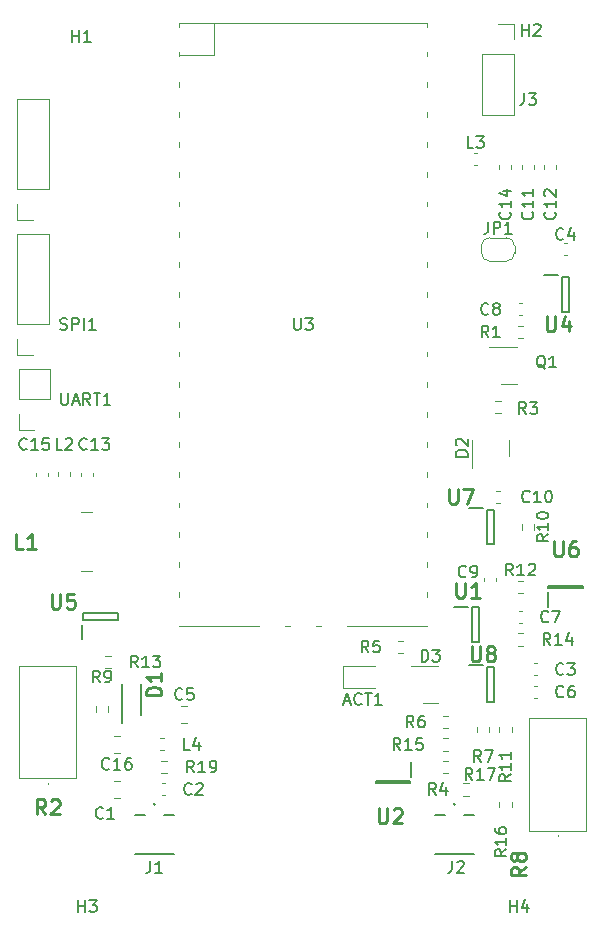
<source format=gbr>
%TF.GenerationSoftware,KiCad,Pcbnew,7.0.2-27-g7a50654f3b*%
%TF.CreationDate,2023-07-25T18:12:13-07:00*%
%TF.ProjectId,open_gamma_low_noise_v2,6f70656e-5f67-4616-9d6d-615f6c6f775f,rev?*%
%TF.SameCoordinates,Original*%
%TF.FileFunction,Legend,Top*%
%TF.FilePolarity,Positive*%
%FSLAX46Y46*%
G04 Gerber Fmt 4.6, Leading zero omitted, Abs format (unit mm)*
G04 Created by KiCad (PCBNEW 7.0.2-27-g7a50654f3b) date 2023-07-25 18:12:13*
%MOMM*%
%LPD*%
G01*
G04 APERTURE LIST*
%ADD10C,0.150000*%
%ADD11C,0.254000*%
%ADD12C,0.120000*%
%ADD13C,0.200000*%
%ADD14C,0.100000*%
%ADD15C,0.152400*%
G04 APERTURE END LIST*
D10*
%TO.C,D2*%
X186657619Y-82320594D02*
X185657619Y-82320594D01*
X185657619Y-82320594D02*
X185657619Y-82082499D01*
X185657619Y-82082499D02*
X185705238Y-81939642D01*
X185705238Y-81939642D02*
X185800476Y-81844404D01*
X185800476Y-81844404D02*
X185895714Y-81796785D01*
X185895714Y-81796785D02*
X186086190Y-81749166D01*
X186086190Y-81749166D02*
X186229047Y-81749166D01*
X186229047Y-81749166D02*
X186419523Y-81796785D01*
X186419523Y-81796785D02*
X186514761Y-81844404D01*
X186514761Y-81844404D02*
X186610000Y-81939642D01*
X186610000Y-81939642D02*
X186657619Y-82082499D01*
X186657619Y-82082499D02*
X186657619Y-82320594D01*
X185752857Y-81368213D02*
X185705238Y-81320594D01*
X185705238Y-81320594D02*
X185657619Y-81225356D01*
X185657619Y-81225356D02*
X185657619Y-80987261D01*
X185657619Y-80987261D02*
X185705238Y-80892023D01*
X185705238Y-80892023D02*
X185752857Y-80844404D01*
X185752857Y-80844404D02*
X185848095Y-80796785D01*
X185848095Y-80796785D02*
X185943333Y-80796785D01*
X185943333Y-80796785D02*
X186086190Y-80844404D01*
X186086190Y-80844404D02*
X186657619Y-81415832D01*
X186657619Y-81415832D02*
X186657619Y-80796785D01*
D11*
%TO.C,D1*%
X160722526Y-102537381D02*
X159452526Y-102537381D01*
X159452526Y-102537381D02*
X159452526Y-102235000D01*
X159452526Y-102235000D02*
X159513002Y-102053571D01*
X159513002Y-102053571D02*
X159633954Y-101932619D01*
X159633954Y-101932619D02*
X159754907Y-101872142D01*
X159754907Y-101872142D02*
X159996811Y-101811666D01*
X159996811Y-101811666D02*
X160178240Y-101811666D01*
X160178240Y-101811666D02*
X160420145Y-101872142D01*
X160420145Y-101872142D02*
X160541097Y-101932619D01*
X160541097Y-101932619D02*
X160662050Y-102053571D01*
X160662050Y-102053571D02*
X160722526Y-102235000D01*
X160722526Y-102235000D02*
X160722526Y-102537381D01*
X160722526Y-100602142D02*
X160722526Y-101327857D01*
X160722526Y-100965000D02*
X159452526Y-100965000D01*
X159452526Y-100965000D02*
X159633954Y-101085952D01*
X159633954Y-101085952D02*
X159754907Y-101206904D01*
X159754907Y-101206904D02*
X159815383Y-101327857D01*
%TO.C,U4*%
X193342380Y-70437526D02*
X193342380Y-71465621D01*
X193342380Y-71465621D02*
X193402857Y-71586573D01*
X193402857Y-71586573D02*
X193463333Y-71647050D01*
X193463333Y-71647050D02*
X193584285Y-71707526D01*
X193584285Y-71707526D02*
X193826190Y-71707526D01*
X193826190Y-71707526D02*
X193947142Y-71647050D01*
X193947142Y-71647050D02*
X194007619Y-71586573D01*
X194007619Y-71586573D02*
X194068095Y-71465621D01*
X194068095Y-71465621D02*
X194068095Y-70437526D01*
X195217142Y-70860859D02*
X195217142Y-71707526D01*
X194914761Y-70377050D02*
X194612380Y-71284192D01*
X194612380Y-71284192D02*
X195398571Y-71284192D01*
D10*
%TO.C,H3*%
X153670095Y-120858619D02*
X153670095Y-119858619D01*
X153670095Y-120334809D02*
X154241523Y-120334809D01*
X154241523Y-120858619D02*
X154241523Y-119858619D01*
X154622476Y-119858619D02*
X155241523Y-119858619D01*
X155241523Y-119858619D02*
X154908190Y-120239571D01*
X154908190Y-120239571D02*
X155051047Y-120239571D01*
X155051047Y-120239571D02*
X155146285Y-120287190D01*
X155146285Y-120287190D02*
X155193904Y-120334809D01*
X155193904Y-120334809D02*
X155241523Y-120430047D01*
X155241523Y-120430047D02*
X155241523Y-120668142D01*
X155241523Y-120668142D02*
X155193904Y-120763380D01*
X155193904Y-120763380D02*
X155146285Y-120811000D01*
X155146285Y-120811000D02*
X155051047Y-120858619D01*
X155051047Y-120858619D02*
X154765333Y-120858619D01*
X154765333Y-120858619D02*
X154670095Y-120811000D01*
X154670095Y-120811000D02*
X154622476Y-120763380D01*
%TO.C,R1*%
X188428333Y-72217619D02*
X188095000Y-71741428D01*
X187856905Y-72217619D02*
X187856905Y-71217619D01*
X187856905Y-71217619D02*
X188237857Y-71217619D01*
X188237857Y-71217619D02*
X188333095Y-71265238D01*
X188333095Y-71265238D02*
X188380714Y-71312857D01*
X188380714Y-71312857D02*
X188428333Y-71408095D01*
X188428333Y-71408095D02*
X188428333Y-71550952D01*
X188428333Y-71550952D02*
X188380714Y-71646190D01*
X188380714Y-71646190D02*
X188333095Y-71693809D01*
X188333095Y-71693809D02*
X188237857Y-71741428D01*
X188237857Y-71741428D02*
X187856905Y-71741428D01*
X189380714Y-72217619D02*
X188809286Y-72217619D01*
X189095000Y-72217619D02*
X189095000Y-71217619D01*
X189095000Y-71217619D02*
X188999762Y-71360476D01*
X188999762Y-71360476D02*
X188904524Y-71455714D01*
X188904524Y-71455714D02*
X188809286Y-71503333D01*
%TO.C,R17*%
X187063142Y-109682619D02*
X186729809Y-109206428D01*
X186491714Y-109682619D02*
X186491714Y-108682619D01*
X186491714Y-108682619D02*
X186872666Y-108682619D01*
X186872666Y-108682619D02*
X186967904Y-108730238D01*
X186967904Y-108730238D02*
X187015523Y-108777857D01*
X187015523Y-108777857D02*
X187063142Y-108873095D01*
X187063142Y-108873095D02*
X187063142Y-109015952D01*
X187063142Y-109015952D02*
X187015523Y-109111190D01*
X187015523Y-109111190D02*
X186967904Y-109158809D01*
X186967904Y-109158809D02*
X186872666Y-109206428D01*
X186872666Y-109206428D02*
X186491714Y-109206428D01*
X188015523Y-109682619D02*
X187444095Y-109682619D01*
X187729809Y-109682619D02*
X187729809Y-108682619D01*
X187729809Y-108682619D02*
X187634571Y-108825476D01*
X187634571Y-108825476D02*
X187539333Y-108920714D01*
X187539333Y-108920714D02*
X187444095Y-108968333D01*
X188348857Y-108682619D02*
X189015523Y-108682619D01*
X189015523Y-108682619D02*
X188586952Y-109682619D01*
%TO.C,C4*%
X194778333Y-63867380D02*
X194730714Y-63915000D01*
X194730714Y-63915000D02*
X194587857Y-63962619D01*
X194587857Y-63962619D02*
X194492619Y-63962619D01*
X194492619Y-63962619D02*
X194349762Y-63915000D01*
X194349762Y-63915000D02*
X194254524Y-63819761D01*
X194254524Y-63819761D02*
X194206905Y-63724523D01*
X194206905Y-63724523D02*
X194159286Y-63534047D01*
X194159286Y-63534047D02*
X194159286Y-63391190D01*
X194159286Y-63391190D02*
X194206905Y-63200714D01*
X194206905Y-63200714D02*
X194254524Y-63105476D01*
X194254524Y-63105476D02*
X194349762Y-63010238D01*
X194349762Y-63010238D02*
X194492619Y-62962619D01*
X194492619Y-62962619D02*
X194587857Y-62962619D01*
X194587857Y-62962619D02*
X194730714Y-63010238D01*
X194730714Y-63010238D02*
X194778333Y-63057857D01*
X195635476Y-63295952D02*
X195635476Y-63962619D01*
X195397381Y-62915000D02*
X195159286Y-63629285D01*
X195159286Y-63629285D02*
X195778333Y-63629285D01*
D11*
%TO.C,L1*%
X149013333Y-90122526D02*
X148408571Y-90122526D01*
X148408571Y-90122526D02*
X148408571Y-88852526D01*
X150101905Y-90122526D02*
X149376190Y-90122526D01*
X149739047Y-90122526D02*
X149739047Y-88852526D01*
X149739047Y-88852526D02*
X149618095Y-89033954D01*
X149618095Y-89033954D02*
X149497143Y-89154907D01*
X149497143Y-89154907D02*
X149376190Y-89215383D01*
D10*
%TO.C,R6*%
X182078333Y-105237619D02*
X181745000Y-104761428D01*
X181506905Y-105237619D02*
X181506905Y-104237619D01*
X181506905Y-104237619D02*
X181887857Y-104237619D01*
X181887857Y-104237619D02*
X181983095Y-104285238D01*
X181983095Y-104285238D02*
X182030714Y-104332857D01*
X182030714Y-104332857D02*
X182078333Y-104428095D01*
X182078333Y-104428095D02*
X182078333Y-104570952D01*
X182078333Y-104570952D02*
X182030714Y-104666190D01*
X182030714Y-104666190D02*
X181983095Y-104713809D01*
X181983095Y-104713809D02*
X181887857Y-104761428D01*
X181887857Y-104761428D02*
X181506905Y-104761428D01*
X182935476Y-104237619D02*
X182745000Y-104237619D01*
X182745000Y-104237619D02*
X182649762Y-104285238D01*
X182649762Y-104285238D02*
X182602143Y-104332857D01*
X182602143Y-104332857D02*
X182506905Y-104475714D01*
X182506905Y-104475714D02*
X182459286Y-104666190D01*
X182459286Y-104666190D02*
X182459286Y-105047142D01*
X182459286Y-105047142D02*
X182506905Y-105142380D01*
X182506905Y-105142380D02*
X182554524Y-105190000D01*
X182554524Y-105190000D02*
X182649762Y-105237619D01*
X182649762Y-105237619D02*
X182840238Y-105237619D01*
X182840238Y-105237619D02*
X182935476Y-105190000D01*
X182935476Y-105190000D02*
X182983095Y-105142380D01*
X182983095Y-105142380D02*
X183030714Y-105047142D01*
X183030714Y-105047142D02*
X183030714Y-104809047D01*
X183030714Y-104809047D02*
X182983095Y-104713809D01*
X182983095Y-104713809D02*
X182935476Y-104666190D01*
X182935476Y-104666190D02*
X182840238Y-104618571D01*
X182840238Y-104618571D02*
X182649762Y-104618571D01*
X182649762Y-104618571D02*
X182554524Y-104666190D01*
X182554524Y-104666190D02*
X182506905Y-104713809D01*
X182506905Y-104713809D02*
X182459286Y-104809047D01*
%TO.C,C3*%
X194778333Y-100697380D02*
X194730714Y-100745000D01*
X194730714Y-100745000D02*
X194587857Y-100792619D01*
X194587857Y-100792619D02*
X194492619Y-100792619D01*
X194492619Y-100792619D02*
X194349762Y-100745000D01*
X194349762Y-100745000D02*
X194254524Y-100649761D01*
X194254524Y-100649761D02*
X194206905Y-100554523D01*
X194206905Y-100554523D02*
X194159286Y-100364047D01*
X194159286Y-100364047D02*
X194159286Y-100221190D01*
X194159286Y-100221190D02*
X194206905Y-100030714D01*
X194206905Y-100030714D02*
X194254524Y-99935476D01*
X194254524Y-99935476D02*
X194349762Y-99840238D01*
X194349762Y-99840238D02*
X194492619Y-99792619D01*
X194492619Y-99792619D02*
X194587857Y-99792619D01*
X194587857Y-99792619D02*
X194730714Y-99840238D01*
X194730714Y-99840238D02*
X194778333Y-99887857D01*
X195111667Y-99792619D02*
X195730714Y-99792619D01*
X195730714Y-99792619D02*
X195397381Y-100173571D01*
X195397381Y-100173571D02*
X195540238Y-100173571D01*
X195540238Y-100173571D02*
X195635476Y-100221190D01*
X195635476Y-100221190D02*
X195683095Y-100268809D01*
X195683095Y-100268809D02*
X195730714Y-100364047D01*
X195730714Y-100364047D02*
X195730714Y-100602142D01*
X195730714Y-100602142D02*
X195683095Y-100697380D01*
X195683095Y-100697380D02*
X195635476Y-100745000D01*
X195635476Y-100745000D02*
X195540238Y-100792619D01*
X195540238Y-100792619D02*
X195254524Y-100792619D01*
X195254524Y-100792619D02*
X195159286Y-100745000D01*
X195159286Y-100745000D02*
X195111667Y-100697380D01*
%TO.C,C6*%
X194778333Y-102602380D02*
X194730714Y-102650000D01*
X194730714Y-102650000D02*
X194587857Y-102697619D01*
X194587857Y-102697619D02*
X194492619Y-102697619D01*
X194492619Y-102697619D02*
X194349762Y-102650000D01*
X194349762Y-102650000D02*
X194254524Y-102554761D01*
X194254524Y-102554761D02*
X194206905Y-102459523D01*
X194206905Y-102459523D02*
X194159286Y-102269047D01*
X194159286Y-102269047D02*
X194159286Y-102126190D01*
X194159286Y-102126190D02*
X194206905Y-101935714D01*
X194206905Y-101935714D02*
X194254524Y-101840476D01*
X194254524Y-101840476D02*
X194349762Y-101745238D01*
X194349762Y-101745238D02*
X194492619Y-101697619D01*
X194492619Y-101697619D02*
X194587857Y-101697619D01*
X194587857Y-101697619D02*
X194730714Y-101745238D01*
X194730714Y-101745238D02*
X194778333Y-101792857D01*
X195635476Y-101697619D02*
X195445000Y-101697619D01*
X195445000Y-101697619D02*
X195349762Y-101745238D01*
X195349762Y-101745238D02*
X195302143Y-101792857D01*
X195302143Y-101792857D02*
X195206905Y-101935714D01*
X195206905Y-101935714D02*
X195159286Y-102126190D01*
X195159286Y-102126190D02*
X195159286Y-102507142D01*
X195159286Y-102507142D02*
X195206905Y-102602380D01*
X195206905Y-102602380D02*
X195254524Y-102650000D01*
X195254524Y-102650000D02*
X195349762Y-102697619D01*
X195349762Y-102697619D02*
X195540238Y-102697619D01*
X195540238Y-102697619D02*
X195635476Y-102650000D01*
X195635476Y-102650000D02*
X195683095Y-102602380D01*
X195683095Y-102602380D02*
X195730714Y-102507142D01*
X195730714Y-102507142D02*
X195730714Y-102269047D01*
X195730714Y-102269047D02*
X195683095Y-102173809D01*
X195683095Y-102173809D02*
X195635476Y-102126190D01*
X195635476Y-102126190D02*
X195540238Y-102078571D01*
X195540238Y-102078571D02*
X195349762Y-102078571D01*
X195349762Y-102078571D02*
X195254524Y-102126190D01*
X195254524Y-102126190D02*
X195206905Y-102173809D01*
X195206905Y-102173809D02*
X195159286Y-102269047D01*
%TO.C,R14*%
X193667142Y-98252619D02*
X193333809Y-97776428D01*
X193095714Y-98252619D02*
X193095714Y-97252619D01*
X193095714Y-97252619D02*
X193476666Y-97252619D01*
X193476666Y-97252619D02*
X193571904Y-97300238D01*
X193571904Y-97300238D02*
X193619523Y-97347857D01*
X193619523Y-97347857D02*
X193667142Y-97443095D01*
X193667142Y-97443095D02*
X193667142Y-97585952D01*
X193667142Y-97585952D02*
X193619523Y-97681190D01*
X193619523Y-97681190D02*
X193571904Y-97728809D01*
X193571904Y-97728809D02*
X193476666Y-97776428D01*
X193476666Y-97776428D02*
X193095714Y-97776428D01*
X194619523Y-98252619D02*
X194048095Y-98252619D01*
X194333809Y-98252619D02*
X194333809Y-97252619D01*
X194333809Y-97252619D02*
X194238571Y-97395476D01*
X194238571Y-97395476D02*
X194143333Y-97490714D01*
X194143333Y-97490714D02*
X194048095Y-97538333D01*
X195476666Y-97585952D02*
X195476666Y-98252619D01*
X195238571Y-97205000D02*
X195000476Y-97919285D01*
X195000476Y-97919285D02*
X195619523Y-97919285D01*
%TO.C,C8*%
X188428333Y-70217380D02*
X188380714Y-70265000D01*
X188380714Y-70265000D02*
X188237857Y-70312619D01*
X188237857Y-70312619D02*
X188142619Y-70312619D01*
X188142619Y-70312619D02*
X187999762Y-70265000D01*
X187999762Y-70265000D02*
X187904524Y-70169761D01*
X187904524Y-70169761D02*
X187856905Y-70074523D01*
X187856905Y-70074523D02*
X187809286Y-69884047D01*
X187809286Y-69884047D02*
X187809286Y-69741190D01*
X187809286Y-69741190D02*
X187856905Y-69550714D01*
X187856905Y-69550714D02*
X187904524Y-69455476D01*
X187904524Y-69455476D02*
X187999762Y-69360238D01*
X187999762Y-69360238D02*
X188142619Y-69312619D01*
X188142619Y-69312619D02*
X188237857Y-69312619D01*
X188237857Y-69312619D02*
X188380714Y-69360238D01*
X188380714Y-69360238D02*
X188428333Y-69407857D01*
X188999762Y-69741190D02*
X188904524Y-69693571D01*
X188904524Y-69693571D02*
X188856905Y-69645952D01*
X188856905Y-69645952D02*
X188809286Y-69550714D01*
X188809286Y-69550714D02*
X188809286Y-69503095D01*
X188809286Y-69503095D02*
X188856905Y-69407857D01*
X188856905Y-69407857D02*
X188904524Y-69360238D01*
X188904524Y-69360238D02*
X188999762Y-69312619D01*
X188999762Y-69312619D02*
X189190238Y-69312619D01*
X189190238Y-69312619D02*
X189285476Y-69360238D01*
X189285476Y-69360238D02*
X189333095Y-69407857D01*
X189333095Y-69407857D02*
X189380714Y-69503095D01*
X189380714Y-69503095D02*
X189380714Y-69550714D01*
X189380714Y-69550714D02*
X189333095Y-69645952D01*
X189333095Y-69645952D02*
X189285476Y-69693571D01*
X189285476Y-69693571D02*
X189190238Y-69741190D01*
X189190238Y-69741190D02*
X188999762Y-69741190D01*
X188999762Y-69741190D02*
X188904524Y-69788809D01*
X188904524Y-69788809D02*
X188856905Y-69836428D01*
X188856905Y-69836428D02*
X188809286Y-69931666D01*
X188809286Y-69931666D02*
X188809286Y-70122142D01*
X188809286Y-70122142D02*
X188856905Y-70217380D01*
X188856905Y-70217380D02*
X188904524Y-70265000D01*
X188904524Y-70265000D02*
X188999762Y-70312619D01*
X188999762Y-70312619D02*
X189190238Y-70312619D01*
X189190238Y-70312619D02*
X189285476Y-70265000D01*
X189285476Y-70265000D02*
X189333095Y-70217380D01*
X189333095Y-70217380D02*
X189380714Y-70122142D01*
X189380714Y-70122142D02*
X189380714Y-69931666D01*
X189380714Y-69931666D02*
X189333095Y-69836428D01*
X189333095Y-69836428D02*
X189285476Y-69788809D01*
X189285476Y-69788809D02*
X189190238Y-69741190D01*
%TO.C,R15*%
X180967142Y-107142619D02*
X180633809Y-106666428D01*
X180395714Y-107142619D02*
X180395714Y-106142619D01*
X180395714Y-106142619D02*
X180776666Y-106142619D01*
X180776666Y-106142619D02*
X180871904Y-106190238D01*
X180871904Y-106190238D02*
X180919523Y-106237857D01*
X180919523Y-106237857D02*
X180967142Y-106333095D01*
X180967142Y-106333095D02*
X180967142Y-106475952D01*
X180967142Y-106475952D02*
X180919523Y-106571190D01*
X180919523Y-106571190D02*
X180871904Y-106618809D01*
X180871904Y-106618809D02*
X180776666Y-106666428D01*
X180776666Y-106666428D02*
X180395714Y-106666428D01*
X181919523Y-107142619D02*
X181348095Y-107142619D01*
X181633809Y-107142619D02*
X181633809Y-106142619D01*
X181633809Y-106142619D02*
X181538571Y-106285476D01*
X181538571Y-106285476D02*
X181443333Y-106380714D01*
X181443333Y-106380714D02*
X181348095Y-106428333D01*
X182824285Y-106142619D02*
X182348095Y-106142619D01*
X182348095Y-106142619D02*
X182300476Y-106618809D01*
X182300476Y-106618809D02*
X182348095Y-106571190D01*
X182348095Y-106571190D02*
X182443333Y-106523571D01*
X182443333Y-106523571D02*
X182681428Y-106523571D01*
X182681428Y-106523571D02*
X182776666Y-106571190D01*
X182776666Y-106571190D02*
X182824285Y-106618809D01*
X182824285Y-106618809D02*
X182871904Y-106714047D01*
X182871904Y-106714047D02*
X182871904Y-106952142D01*
X182871904Y-106952142D02*
X182824285Y-107047380D01*
X182824285Y-107047380D02*
X182776666Y-107095000D01*
X182776666Y-107095000D02*
X182681428Y-107142619D01*
X182681428Y-107142619D02*
X182443333Y-107142619D01*
X182443333Y-107142619D02*
X182348095Y-107095000D01*
X182348095Y-107095000D02*
X182300476Y-107047380D01*
%TO.C,C2*%
X163283333Y-110857380D02*
X163235714Y-110905000D01*
X163235714Y-110905000D02*
X163092857Y-110952619D01*
X163092857Y-110952619D02*
X162997619Y-110952619D01*
X162997619Y-110952619D02*
X162854762Y-110905000D01*
X162854762Y-110905000D02*
X162759524Y-110809761D01*
X162759524Y-110809761D02*
X162711905Y-110714523D01*
X162711905Y-110714523D02*
X162664286Y-110524047D01*
X162664286Y-110524047D02*
X162664286Y-110381190D01*
X162664286Y-110381190D02*
X162711905Y-110190714D01*
X162711905Y-110190714D02*
X162759524Y-110095476D01*
X162759524Y-110095476D02*
X162854762Y-110000238D01*
X162854762Y-110000238D02*
X162997619Y-109952619D01*
X162997619Y-109952619D02*
X163092857Y-109952619D01*
X163092857Y-109952619D02*
X163235714Y-110000238D01*
X163235714Y-110000238D02*
X163283333Y-110047857D01*
X163664286Y-110047857D02*
X163711905Y-110000238D01*
X163711905Y-110000238D02*
X163807143Y-109952619D01*
X163807143Y-109952619D02*
X164045238Y-109952619D01*
X164045238Y-109952619D02*
X164140476Y-110000238D01*
X164140476Y-110000238D02*
X164188095Y-110047857D01*
X164188095Y-110047857D02*
X164235714Y-110143095D01*
X164235714Y-110143095D02*
X164235714Y-110238333D01*
X164235714Y-110238333D02*
X164188095Y-110381190D01*
X164188095Y-110381190D02*
X163616667Y-110952619D01*
X163616667Y-110952619D02*
X164235714Y-110952619D01*
D11*
%TO.C,R8*%
X191595526Y-117051666D02*
X190990764Y-117475000D01*
X191595526Y-117777381D02*
X190325526Y-117777381D01*
X190325526Y-117777381D02*
X190325526Y-117293571D01*
X190325526Y-117293571D02*
X190386002Y-117172619D01*
X190386002Y-117172619D02*
X190446478Y-117112142D01*
X190446478Y-117112142D02*
X190567430Y-117051666D01*
X190567430Y-117051666D02*
X190748859Y-117051666D01*
X190748859Y-117051666D02*
X190869811Y-117112142D01*
X190869811Y-117112142D02*
X190930288Y-117172619D01*
X190930288Y-117172619D02*
X190990764Y-117293571D01*
X190990764Y-117293571D02*
X190990764Y-117777381D01*
X190869811Y-116325952D02*
X190809335Y-116446904D01*
X190809335Y-116446904D02*
X190748859Y-116507381D01*
X190748859Y-116507381D02*
X190627907Y-116567857D01*
X190627907Y-116567857D02*
X190567430Y-116567857D01*
X190567430Y-116567857D02*
X190446478Y-116507381D01*
X190446478Y-116507381D02*
X190386002Y-116446904D01*
X190386002Y-116446904D02*
X190325526Y-116325952D01*
X190325526Y-116325952D02*
X190325526Y-116084047D01*
X190325526Y-116084047D02*
X190386002Y-115963095D01*
X190386002Y-115963095D02*
X190446478Y-115902619D01*
X190446478Y-115902619D02*
X190567430Y-115842142D01*
X190567430Y-115842142D02*
X190627907Y-115842142D01*
X190627907Y-115842142D02*
X190748859Y-115902619D01*
X190748859Y-115902619D02*
X190809335Y-115963095D01*
X190809335Y-115963095D02*
X190869811Y-116084047D01*
X190869811Y-116084047D02*
X190869811Y-116325952D01*
X190869811Y-116325952D02*
X190930288Y-116446904D01*
X190930288Y-116446904D02*
X190990764Y-116507381D01*
X190990764Y-116507381D02*
X191111716Y-116567857D01*
X191111716Y-116567857D02*
X191353621Y-116567857D01*
X191353621Y-116567857D02*
X191474573Y-116507381D01*
X191474573Y-116507381D02*
X191535050Y-116446904D01*
X191535050Y-116446904D02*
X191595526Y-116325952D01*
X191595526Y-116325952D02*
X191595526Y-116084047D01*
X191595526Y-116084047D02*
X191535050Y-115963095D01*
X191535050Y-115963095D02*
X191474573Y-115902619D01*
X191474573Y-115902619D02*
X191353621Y-115842142D01*
X191353621Y-115842142D02*
X191111716Y-115842142D01*
X191111716Y-115842142D02*
X190990764Y-115902619D01*
X190990764Y-115902619D02*
X190930288Y-115963095D01*
X190930288Y-115963095D02*
X190869811Y-116084047D01*
D10*
%TO.C,R9*%
X155523333Y-101427619D02*
X155190000Y-100951428D01*
X154951905Y-101427619D02*
X154951905Y-100427619D01*
X154951905Y-100427619D02*
X155332857Y-100427619D01*
X155332857Y-100427619D02*
X155428095Y-100475238D01*
X155428095Y-100475238D02*
X155475714Y-100522857D01*
X155475714Y-100522857D02*
X155523333Y-100618095D01*
X155523333Y-100618095D02*
X155523333Y-100760952D01*
X155523333Y-100760952D02*
X155475714Y-100856190D01*
X155475714Y-100856190D02*
X155428095Y-100903809D01*
X155428095Y-100903809D02*
X155332857Y-100951428D01*
X155332857Y-100951428D02*
X154951905Y-100951428D01*
X155999524Y-101427619D02*
X156190000Y-101427619D01*
X156190000Y-101427619D02*
X156285238Y-101380000D01*
X156285238Y-101380000D02*
X156332857Y-101332380D01*
X156332857Y-101332380D02*
X156428095Y-101189523D01*
X156428095Y-101189523D02*
X156475714Y-100999047D01*
X156475714Y-100999047D02*
X156475714Y-100618095D01*
X156475714Y-100618095D02*
X156428095Y-100522857D01*
X156428095Y-100522857D02*
X156380476Y-100475238D01*
X156380476Y-100475238D02*
X156285238Y-100427619D01*
X156285238Y-100427619D02*
X156094762Y-100427619D01*
X156094762Y-100427619D02*
X155999524Y-100475238D01*
X155999524Y-100475238D02*
X155951905Y-100522857D01*
X155951905Y-100522857D02*
X155904286Y-100618095D01*
X155904286Y-100618095D02*
X155904286Y-100856190D01*
X155904286Y-100856190D02*
X155951905Y-100951428D01*
X155951905Y-100951428D02*
X155999524Y-100999047D01*
X155999524Y-100999047D02*
X156094762Y-101046666D01*
X156094762Y-101046666D02*
X156285238Y-101046666D01*
X156285238Y-101046666D02*
X156380476Y-100999047D01*
X156380476Y-100999047D02*
X156428095Y-100951428D01*
X156428095Y-100951428D02*
X156475714Y-100856190D01*
%TO.C,C14*%
X190232380Y-61602857D02*
X190280000Y-61650476D01*
X190280000Y-61650476D02*
X190327619Y-61793333D01*
X190327619Y-61793333D02*
X190327619Y-61888571D01*
X190327619Y-61888571D02*
X190280000Y-62031428D01*
X190280000Y-62031428D02*
X190184761Y-62126666D01*
X190184761Y-62126666D02*
X190089523Y-62174285D01*
X190089523Y-62174285D02*
X189899047Y-62221904D01*
X189899047Y-62221904D02*
X189756190Y-62221904D01*
X189756190Y-62221904D02*
X189565714Y-62174285D01*
X189565714Y-62174285D02*
X189470476Y-62126666D01*
X189470476Y-62126666D02*
X189375238Y-62031428D01*
X189375238Y-62031428D02*
X189327619Y-61888571D01*
X189327619Y-61888571D02*
X189327619Y-61793333D01*
X189327619Y-61793333D02*
X189375238Y-61650476D01*
X189375238Y-61650476D02*
X189422857Y-61602857D01*
X190327619Y-60650476D02*
X190327619Y-61221904D01*
X190327619Y-60936190D02*
X189327619Y-60936190D01*
X189327619Y-60936190D02*
X189470476Y-61031428D01*
X189470476Y-61031428D02*
X189565714Y-61126666D01*
X189565714Y-61126666D02*
X189613333Y-61221904D01*
X189660952Y-59793333D02*
X190327619Y-59793333D01*
X189280000Y-60031428D02*
X189994285Y-60269523D01*
X189994285Y-60269523D02*
X189994285Y-59650476D01*
%TO.C,UART1*%
X152233571Y-76932619D02*
X152233571Y-77742142D01*
X152233571Y-77742142D02*
X152281190Y-77837380D01*
X152281190Y-77837380D02*
X152328809Y-77885000D01*
X152328809Y-77885000D02*
X152424047Y-77932619D01*
X152424047Y-77932619D02*
X152614523Y-77932619D01*
X152614523Y-77932619D02*
X152709761Y-77885000D01*
X152709761Y-77885000D02*
X152757380Y-77837380D01*
X152757380Y-77837380D02*
X152804999Y-77742142D01*
X152804999Y-77742142D02*
X152804999Y-76932619D01*
X153233571Y-77646904D02*
X153709761Y-77646904D01*
X153138333Y-77932619D02*
X153471666Y-76932619D01*
X153471666Y-76932619D02*
X153804999Y-77932619D01*
X154709761Y-77932619D02*
X154376428Y-77456428D01*
X154138333Y-77932619D02*
X154138333Y-76932619D01*
X154138333Y-76932619D02*
X154519285Y-76932619D01*
X154519285Y-76932619D02*
X154614523Y-76980238D01*
X154614523Y-76980238D02*
X154662142Y-77027857D01*
X154662142Y-77027857D02*
X154709761Y-77123095D01*
X154709761Y-77123095D02*
X154709761Y-77265952D01*
X154709761Y-77265952D02*
X154662142Y-77361190D01*
X154662142Y-77361190D02*
X154614523Y-77408809D01*
X154614523Y-77408809D02*
X154519285Y-77456428D01*
X154519285Y-77456428D02*
X154138333Y-77456428D01*
X154995476Y-76932619D02*
X155566904Y-76932619D01*
X155281190Y-77932619D02*
X155281190Y-76932619D01*
X156424047Y-77932619D02*
X155852619Y-77932619D01*
X156138333Y-77932619D02*
X156138333Y-76932619D01*
X156138333Y-76932619D02*
X156043095Y-77075476D01*
X156043095Y-77075476D02*
X155947857Y-77170714D01*
X155947857Y-77170714D02*
X155852619Y-77218333D01*
D11*
%TO.C,R2*%
X150913333Y-112601526D02*
X150489999Y-111996764D01*
X150187618Y-112601526D02*
X150187618Y-111331526D01*
X150187618Y-111331526D02*
X150671428Y-111331526D01*
X150671428Y-111331526D02*
X150792380Y-111392002D01*
X150792380Y-111392002D02*
X150852857Y-111452478D01*
X150852857Y-111452478D02*
X150913333Y-111573430D01*
X150913333Y-111573430D02*
X150913333Y-111754859D01*
X150913333Y-111754859D02*
X150852857Y-111875811D01*
X150852857Y-111875811D02*
X150792380Y-111936288D01*
X150792380Y-111936288D02*
X150671428Y-111996764D01*
X150671428Y-111996764D02*
X150187618Y-111996764D01*
X151397142Y-111452478D02*
X151457618Y-111392002D01*
X151457618Y-111392002D02*
X151578571Y-111331526D01*
X151578571Y-111331526D02*
X151880952Y-111331526D01*
X151880952Y-111331526D02*
X152001904Y-111392002D01*
X152001904Y-111392002D02*
X152062380Y-111452478D01*
X152062380Y-111452478D02*
X152122857Y-111573430D01*
X152122857Y-111573430D02*
X152122857Y-111694383D01*
X152122857Y-111694383D02*
X152062380Y-111875811D01*
X152062380Y-111875811D02*
X151336666Y-112601526D01*
X151336666Y-112601526D02*
X152122857Y-112601526D01*
%TO.C,U8*%
X186992380Y-98377526D02*
X186992380Y-99405621D01*
X186992380Y-99405621D02*
X187052857Y-99526573D01*
X187052857Y-99526573D02*
X187113333Y-99587050D01*
X187113333Y-99587050D02*
X187234285Y-99647526D01*
X187234285Y-99647526D02*
X187476190Y-99647526D01*
X187476190Y-99647526D02*
X187597142Y-99587050D01*
X187597142Y-99587050D02*
X187657619Y-99526573D01*
X187657619Y-99526573D02*
X187718095Y-99405621D01*
X187718095Y-99405621D02*
X187718095Y-98377526D01*
X188504285Y-98921811D02*
X188383333Y-98861335D01*
X188383333Y-98861335D02*
X188322856Y-98800859D01*
X188322856Y-98800859D02*
X188262380Y-98679907D01*
X188262380Y-98679907D02*
X188262380Y-98619430D01*
X188262380Y-98619430D02*
X188322856Y-98498478D01*
X188322856Y-98498478D02*
X188383333Y-98438002D01*
X188383333Y-98438002D02*
X188504285Y-98377526D01*
X188504285Y-98377526D02*
X188746190Y-98377526D01*
X188746190Y-98377526D02*
X188867142Y-98438002D01*
X188867142Y-98438002D02*
X188927618Y-98498478D01*
X188927618Y-98498478D02*
X188988095Y-98619430D01*
X188988095Y-98619430D02*
X188988095Y-98679907D01*
X188988095Y-98679907D02*
X188927618Y-98800859D01*
X188927618Y-98800859D02*
X188867142Y-98861335D01*
X188867142Y-98861335D02*
X188746190Y-98921811D01*
X188746190Y-98921811D02*
X188504285Y-98921811D01*
X188504285Y-98921811D02*
X188383333Y-98982288D01*
X188383333Y-98982288D02*
X188322856Y-99042764D01*
X188322856Y-99042764D02*
X188262380Y-99163716D01*
X188262380Y-99163716D02*
X188262380Y-99405621D01*
X188262380Y-99405621D02*
X188322856Y-99526573D01*
X188322856Y-99526573D02*
X188383333Y-99587050D01*
X188383333Y-99587050D02*
X188504285Y-99647526D01*
X188504285Y-99647526D02*
X188746190Y-99647526D01*
X188746190Y-99647526D02*
X188867142Y-99587050D01*
X188867142Y-99587050D02*
X188927618Y-99526573D01*
X188927618Y-99526573D02*
X188988095Y-99405621D01*
X188988095Y-99405621D02*
X188988095Y-99163716D01*
X188988095Y-99163716D02*
X188927618Y-99042764D01*
X188927618Y-99042764D02*
X188867142Y-98982288D01*
X188867142Y-98982288D02*
X188746190Y-98921811D01*
D10*
%TO.C,H4*%
X190246095Y-120858619D02*
X190246095Y-119858619D01*
X190246095Y-120334809D02*
X190817523Y-120334809D01*
X190817523Y-120858619D02*
X190817523Y-119858619D01*
X191722285Y-120191952D02*
X191722285Y-120858619D01*
X191484190Y-119811000D02*
X191246095Y-120525285D01*
X191246095Y-120525285D02*
X191865142Y-120525285D01*
%TO.C,D3*%
X182776905Y-99662619D02*
X182776905Y-98662619D01*
X182776905Y-98662619D02*
X183015000Y-98662619D01*
X183015000Y-98662619D02*
X183157857Y-98710238D01*
X183157857Y-98710238D02*
X183253095Y-98805476D01*
X183253095Y-98805476D02*
X183300714Y-98900714D01*
X183300714Y-98900714D02*
X183348333Y-99091190D01*
X183348333Y-99091190D02*
X183348333Y-99234047D01*
X183348333Y-99234047D02*
X183300714Y-99424523D01*
X183300714Y-99424523D02*
X183253095Y-99519761D01*
X183253095Y-99519761D02*
X183157857Y-99615000D01*
X183157857Y-99615000D02*
X183015000Y-99662619D01*
X183015000Y-99662619D02*
X182776905Y-99662619D01*
X183681667Y-98662619D02*
X184300714Y-98662619D01*
X184300714Y-98662619D02*
X183967381Y-99043571D01*
X183967381Y-99043571D02*
X184110238Y-99043571D01*
X184110238Y-99043571D02*
X184205476Y-99091190D01*
X184205476Y-99091190D02*
X184253095Y-99138809D01*
X184253095Y-99138809D02*
X184300714Y-99234047D01*
X184300714Y-99234047D02*
X184300714Y-99472142D01*
X184300714Y-99472142D02*
X184253095Y-99567380D01*
X184253095Y-99567380D02*
X184205476Y-99615000D01*
X184205476Y-99615000D02*
X184110238Y-99662619D01*
X184110238Y-99662619D02*
X183824524Y-99662619D01*
X183824524Y-99662619D02*
X183729286Y-99615000D01*
X183729286Y-99615000D02*
X183681667Y-99567380D01*
%TO.C,H2*%
X191262095Y-46690619D02*
X191262095Y-45690619D01*
X191262095Y-46166809D02*
X191833523Y-46166809D01*
X191833523Y-46690619D02*
X191833523Y-45690619D01*
X192262095Y-45785857D02*
X192309714Y-45738238D01*
X192309714Y-45738238D02*
X192404952Y-45690619D01*
X192404952Y-45690619D02*
X192643047Y-45690619D01*
X192643047Y-45690619D02*
X192738285Y-45738238D01*
X192738285Y-45738238D02*
X192785904Y-45785857D01*
X192785904Y-45785857D02*
X192833523Y-45881095D01*
X192833523Y-45881095D02*
X192833523Y-45976333D01*
X192833523Y-45976333D02*
X192785904Y-46119190D01*
X192785904Y-46119190D02*
X192214476Y-46690619D01*
X192214476Y-46690619D02*
X192833523Y-46690619D01*
%TO.C,ACT1*%
X176204762Y-103046904D02*
X176680952Y-103046904D01*
X176109524Y-103332619D02*
X176442857Y-102332619D01*
X176442857Y-102332619D02*
X176776190Y-103332619D01*
X177680952Y-103237380D02*
X177633333Y-103285000D01*
X177633333Y-103285000D02*
X177490476Y-103332619D01*
X177490476Y-103332619D02*
X177395238Y-103332619D01*
X177395238Y-103332619D02*
X177252381Y-103285000D01*
X177252381Y-103285000D02*
X177157143Y-103189761D01*
X177157143Y-103189761D02*
X177109524Y-103094523D01*
X177109524Y-103094523D02*
X177061905Y-102904047D01*
X177061905Y-102904047D02*
X177061905Y-102761190D01*
X177061905Y-102761190D02*
X177109524Y-102570714D01*
X177109524Y-102570714D02*
X177157143Y-102475476D01*
X177157143Y-102475476D02*
X177252381Y-102380238D01*
X177252381Y-102380238D02*
X177395238Y-102332619D01*
X177395238Y-102332619D02*
X177490476Y-102332619D01*
X177490476Y-102332619D02*
X177633333Y-102380238D01*
X177633333Y-102380238D02*
X177680952Y-102427857D01*
X177966667Y-102332619D02*
X178538095Y-102332619D01*
X178252381Y-103332619D02*
X178252381Y-102332619D01*
X179395238Y-103332619D02*
X178823810Y-103332619D01*
X179109524Y-103332619D02*
X179109524Y-102332619D01*
X179109524Y-102332619D02*
X179014286Y-102475476D01*
X179014286Y-102475476D02*
X178919048Y-102570714D01*
X178919048Y-102570714D02*
X178823810Y-102618333D01*
%TO.C,R11*%
X190327619Y-109227857D02*
X189851428Y-109561190D01*
X190327619Y-109799285D02*
X189327619Y-109799285D01*
X189327619Y-109799285D02*
X189327619Y-109418333D01*
X189327619Y-109418333D02*
X189375238Y-109323095D01*
X189375238Y-109323095D02*
X189422857Y-109275476D01*
X189422857Y-109275476D02*
X189518095Y-109227857D01*
X189518095Y-109227857D02*
X189660952Y-109227857D01*
X189660952Y-109227857D02*
X189756190Y-109275476D01*
X189756190Y-109275476D02*
X189803809Y-109323095D01*
X189803809Y-109323095D02*
X189851428Y-109418333D01*
X189851428Y-109418333D02*
X189851428Y-109799285D01*
X190327619Y-108275476D02*
X190327619Y-108846904D01*
X190327619Y-108561190D02*
X189327619Y-108561190D01*
X189327619Y-108561190D02*
X189470476Y-108656428D01*
X189470476Y-108656428D02*
X189565714Y-108751666D01*
X189565714Y-108751666D02*
X189613333Y-108846904D01*
X190327619Y-107323095D02*
X190327619Y-107894523D01*
X190327619Y-107608809D02*
X189327619Y-107608809D01*
X189327619Y-107608809D02*
X189470476Y-107704047D01*
X189470476Y-107704047D02*
X189565714Y-107799285D01*
X189565714Y-107799285D02*
X189613333Y-107894523D01*
%TO.C,C7*%
X193508333Y-96252380D02*
X193460714Y-96300000D01*
X193460714Y-96300000D02*
X193317857Y-96347619D01*
X193317857Y-96347619D02*
X193222619Y-96347619D01*
X193222619Y-96347619D02*
X193079762Y-96300000D01*
X193079762Y-96300000D02*
X192984524Y-96204761D01*
X192984524Y-96204761D02*
X192936905Y-96109523D01*
X192936905Y-96109523D02*
X192889286Y-95919047D01*
X192889286Y-95919047D02*
X192889286Y-95776190D01*
X192889286Y-95776190D02*
X192936905Y-95585714D01*
X192936905Y-95585714D02*
X192984524Y-95490476D01*
X192984524Y-95490476D02*
X193079762Y-95395238D01*
X193079762Y-95395238D02*
X193222619Y-95347619D01*
X193222619Y-95347619D02*
X193317857Y-95347619D01*
X193317857Y-95347619D02*
X193460714Y-95395238D01*
X193460714Y-95395238D02*
X193508333Y-95442857D01*
X193841667Y-95347619D02*
X194508333Y-95347619D01*
X194508333Y-95347619D02*
X194079762Y-96347619D01*
%TO.C,L2*%
X152348333Y-81742619D02*
X151872143Y-81742619D01*
X151872143Y-81742619D02*
X151872143Y-80742619D01*
X152634048Y-80837857D02*
X152681667Y-80790238D01*
X152681667Y-80790238D02*
X152776905Y-80742619D01*
X152776905Y-80742619D02*
X153015000Y-80742619D01*
X153015000Y-80742619D02*
X153110238Y-80790238D01*
X153110238Y-80790238D02*
X153157857Y-80837857D01*
X153157857Y-80837857D02*
X153205476Y-80933095D01*
X153205476Y-80933095D02*
X153205476Y-81028333D01*
X153205476Y-81028333D02*
X153157857Y-81171190D01*
X153157857Y-81171190D02*
X152586429Y-81742619D01*
X152586429Y-81742619D02*
X153205476Y-81742619D01*
%TO.C,Q1*%
X193247261Y-74857857D02*
X193152023Y-74810238D01*
X193152023Y-74810238D02*
X193056785Y-74715000D01*
X193056785Y-74715000D02*
X192913928Y-74572142D01*
X192913928Y-74572142D02*
X192818690Y-74524523D01*
X192818690Y-74524523D02*
X192723452Y-74524523D01*
X192771071Y-74762619D02*
X192675833Y-74715000D01*
X192675833Y-74715000D02*
X192580595Y-74619761D01*
X192580595Y-74619761D02*
X192532976Y-74429285D01*
X192532976Y-74429285D02*
X192532976Y-74095952D01*
X192532976Y-74095952D02*
X192580595Y-73905476D01*
X192580595Y-73905476D02*
X192675833Y-73810238D01*
X192675833Y-73810238D02*
X192771071Y-73762619D01*
X192771071Y-73762619D02*
X192961547Y-73762619D01*
X192961547Y-73762619D02*
X193056785Y-73810238D01*
X193056785Y-73810238D02*
X193152023Y-73905476D01*
X193152023Y-73905476D02*
X193199642Y-74095952D01*
X193199642Y-74095952D02*
X193199642Y-74429285D01*
X193199642Y-74429285D02*
X193152023Y-74619761D01*
X193152023Y-74619761D02*
X193056785Y-74715000D01*
X193056785Y-74715000D02*
X192961547Y-74762619D01*
X192961547Y-74762619D02*
X192771071Y-74762619D01*
X194152023Y-74762619D02*
X193580595Y-74762619D01*
X193866309Y-74762619D02*
X193866309Y-73762619D01*
X193866309Y-73762619D02*
X193771071Y-73905476D01*
X193771071Y-73905476D02*
X193675833Y-74000714D01*
X193675833Y-74000714D02*
X193580595Y-74048333D01*
%TO.C,JP1*%
X188396666Y-62432619D02*
X188396666Y-63146904D01*
X188396666Y-63146904D02*
X188349047Y-63289761D01*
X188349047Y-63289761D02*
X188253809Y-63385000D01*
X188253809Y-63385000D02*
X188110952Y-63432619D01*
X188110952Y-63432619D02*
X188015714Y-63432619D01*
X188872857Y-63432619D02*
X188872857Y-62432619D01*
X188872857Y-62432619D02*
X189253809Y-62432619D01*
X189253809Y-62432619D02*
X189349047Y-62480238D01*
X189349047Y-62480238D02*
X189396666Y-62527857D01*
X189396666Y-62527857D02*
X189444285Y-62623095D01*
X189444285Y-62623095D02*
X189444285Y-62765952D01*
X189444285Y-62765952D02*
X189396666Y-62861190D01*
X189396666Y-62861190D02*
X189349047Y-62908809D01*
X189349047Y-62908809D02*
X189253809Y-62956428D01*
X189253809Y-62956428D02*
X188872857Y-62956428D01*
X190396666Y-63432619D02*
X189825238Y-63432619D01*
X190110952Y-63432619D02*
X190110952Y-62432619D01*
X190110952Y-62432619D02*
X190015714Y-62575476D01*
X190015714Y-62575476D02*
X189920476Y-62670714D01*
X189920476Y-62670714D02*
X189825238Y-62718333D01*
%TO.C,C10*%
X191902142Y-86092380D02*
X191854523Y-86140000D01*
X191854523Y-86140000D02*
X191711666Y-86187619D01*
X191711666Y-86187619D02*
X191616428Y-86187619D01*
X191616428Y-86187619D02*
X191473571Y-86140000D01*
X191473571Y-86140000D02*
X191378333Y-86044761D01*
X191378333Y-86044761D02*
X191330714Y-85949523D01*
X191330714Y-85949523D02*
X191283095Y-85759047D01*
X191283095Y-85759047D02*
X191283095Y-85616190D01*
X191283095Y-85616190D02*
X191330714Y-85425714D01*
X191330714Y-85425714D02*
X191378333Y-85330476D01*
X191378333Y-85330476D02*
X191473571Y-85235238D01*
X191473571Y-85235238D02*
X191616428Y-85187619D01*
X191616428Y-85187619D02*
X191711666Y-85187619D01*
X191711666Y-85187619D02*
X191854523Y-85235238D01*
X191854523Y-85235238D02*
X191902142Y-85282857D01*
X192854523Y-86187619D02*
X192283095Y-86187619D01*
X192568809Y-86187619D02*
X192568809Y-85187619D01*
X192568809Y-85187619D02*
X192473571Y-85330476D01*
X192473571Y-85330476D02*
X192378333Y-85425714D01*
X192378333Y-85425714D02*
X192283095Y-85473333D01*
X193473571Y-85187619D02*
X193568809Y-85187619D01*
X193568809Y-85187619D02*
X193664047Y-85235238D01*
X193664047Y-85235238D02*
X193711666Y-85282857D01*
X193711666Y-85282857D02*
X193759285Y-85378095D01*
X193759285Y-85378095D02*
X193806904Y-85568571D01*
X193806904Y-85568571D02*
X193806904Y-85806666D01*
X193806904Y-85806666D02*
X193759285Y-85997142D01*
X193759285Y-85997142D02*
X193711666Y-86092380D01*
X193711666Y-86092380D02*
X193664047Y-86140000D01*
X193664047Y-86140000D02*
X193568809Y-86187619D01*
X193568809Y-86187619D02*
X193473571Y-86187619D01*
X193473571Y-86187619D02*
X193378333Y-86140000D01*
X193378333Y-86140000D02*
X193330714Y-86092380D01*
X193330714Y-86092380D02*
X193283095Y-85997142D01*
X193283095Y-85997142D02*
X193235476Y-85806666D01*
X193235476Y-85806666D02*
X193235476Y-85568571D01*
X193235476Y-85568571D02*
X193283095Y-85378095D01*
X193283095Y-85378095D02*
X193330714Y-85282857D01*
X193330714Y-85282857D02*
X193378333Y-85235238D01*
X193378333Y-85235238D02*
X193473571Y-85187619D01*
%TO.C,R12*%
X190492142Y-92377619D02*
X190158809Y-91901428D01*
X189920714Y-92377619D02*
X189920714Y-91377619D01*
X189920714Y-91377619D02*
X190301666Y-91377619D01*
X190301666Y-91377619D02*
X190396904Y-91425238D01*
X190396904Y-91425238D02*
X190444523Y-91472857D01*
X190444523Y-91472857D02*
X190492142Y-91568095D01*
X190492142Y-91568095D02*
X190492142Y-91710952D01*
X190492142Y-91710952D02*
X190444523Y-91806190D01*
X190444523Y-91806190D02*
X190396904Y-91853809D01*
X190396904Y-91853809D02*
X190301666Y-91901428D01*
X190301666Y-91901428D02*
X189920714Y-91901428D01*
X191444523Y-92377619D02*
X190873095Y-92377619D01*
X191158809Y-92377619D02*
X191158809Y-91377619D01*
X191158809Y-91377619D02*
X191063571Y-91520476D01*
X191063571Y-91520476D02*
X190968333Y-91615714D01*
X190968333Y-91615714D02*
X190873095Y-91663333D01*
X191825476Y-91472857D02*
X191873095Y-91425238D01*
X191873095Y-91425238D02*
X191968333Y-91377619D01*
X191968333Y-91377619D02*
X192206428Y-91377619D01*
X192206428Y-91377619D02*
X192301666Y-91425238D01*
X192301666Y-91425238D02*
X192349285Y-91472857D01*
X192349285Y-91472857D02*
X192396904Y-91568095D01*
X192396904Y-91568095D02*
X192396904Y-91663333D01*
X192396904Y-91663333D02*
X192349285Y-91806190D01*
X192349285Y-91806190D02*
X191777857Y-92377619D01*
X191777857Y-92377619D02*
X192396904Y-92377619D01*
%TO.C,L3*%
X187158333Y-56182619D02*
X186682143Y-56182619D01*
X186682143Y-56182619D02*
X186682143Y-55182619D01*
X187396429Y-55182619D02*
X188015476Y-55182619D01*
X188015476Y-55182619D02*
X187682143Y-55563571D01*
X187682143Y-55563571D02*
X187825000Y-55563571D01*
X187825000Y-55563571D02*
X187920238Y-55611190D01*
X187920238Y-55611190D02*
X187967857Y-55658809D01*
X187967857Y-55658809D02*
X188015476Y-55754047D01*
X188015476Y-55754047D02*
X188015476Y-55992142D01*
X188015476Y-55992142D02*
X187967857Y-56087380D01*
X187967857Y-56087380D02*
X187920238Y-56135000D01*
X187920238Y-56135000D02*
X187825000Y-56182619D01*
X187825000Y-56182619D02*
X187539286Y-56182619D01*
X187539286Y-56182619D02*
X187444048Y-56135000D01*
X187444048Y-56135000D02*
X187396429Y-56087380D01*
%TO.C,U3*%
X171958095Y-70582619D02*
X171958095Y-71392142D01*
X171958095Y-71392142D02*
X172005714Y-71487380D01*
X172005714Y-71487380D02*
X172053333Y-71535000D01*
X172053333Y-71535000D02*
X172148571Y-71582619D01*
X172148571Y-71582619D02*
X172339047Y-71582619D01*
X172339047Y-71582619D02*
X172434285Y-71535000D01*
X172434285Y-71535000D02*
X172481904Y-71487380D01*
X172481904Y-71487380D02*
X172529523Y-71392142D01*
X172529523Y-71392142D02*
X172529523Y-70582619D01*
X172910476Y-70582619D02*
X173529523Y-70582619D01*
X173529523Y-70582619D02*
X173196190Y-70963571D01*
X173196190Y-70963571D02*
X173339047Y-70963571D01*
X173339047Y-70963571D02*
X173434285Y-71011190D01*
X173434285Y-71011190D02*
X173481904Y-71058809D01*
X173481904Y-71058809D02*
X173529523Y-71154047D01*
X173529523Y-71154047D02*
X173529523Y-71392142D01*
X173529523Y-71392142D02*
X173481904Y-71487380D01*
X173481904Y-71487380D02*
X173434285Y-71535000D01*
X173434285Y-71535000D02*
X173339047Y-71582619D01*
X173339047Y-71582619D02*
X173053333Y-71582619D01*
X173053333Y-71582619D02*
X172958095Y-71535000D01*
X172958095Y-71535000D02*
X172910476Y-71487380D01*
%TO.C,C9*%
X186523333Y-92442380D02*
X186475714Y-92490000D01*
X186475714Y-92490000D02*
X186332857Y-92537619D01*
X186332857Y-92537619D02*
X186237619Y-92537619D01*
X186237619Y-92537619D02*
X186094762Y-92490000D01*
X186094762Y-92490000D02*
X185999524Y-92394761D01*
X185999524Y-92394761D02*
X185951905Y-92299523D01*
X185951905Y-92299523D02*
X185904286Y-92109047D01*
X185904286Y-92109047D02*
X185904286Y-91966190D01*
X185904286Y-91966190D02*
X185951905Y-91775714D01*
X185951905Y-91775714D02*
X185999524Y-91680476D01*
X185999524Y-91680476D02*
X186094762Y-91585238D01*
X186094762Y-91585238D02*
X186237619Y-91537619D01*
X186237619Y-91537619D02*
X186332857Y-91537619D01*
X186332857Y-91537619D02*
X186475714Y-91585238D01*
X186475714Y-91585238D02*
X186523333Y-91632857D01*
X186999524Y-92537619D02*
X187190000Y-92537619D01*
X187190000Y-92537619D02*
X187285238Y-92490000D01*
X187285238Y-92490000D02*
X187332857Y-92442380D01*
X187332857Y-92442380D02*
X187428095Y-92299523D01*
X187428095Y-92299523D02*
X187475714Y-92109047D01*
X187475714Y-92109047D02*
X187475714Y-91728095D01*
X187475714Y-91728095D02*
X187428095Y-91632857D01*
X187428095Y-91632857D02*
X187380476Y-91585238D01*
X187380476Y-91585238D02*
X187285238Y-91537619D01*
X187285238Y-91537619D02*
X187094762Y-91537619D01*
X187094762Y-91537619D02*
X186999524Y-91585238D01*
X186999524Y-91585238D02*
X186951905Y-91632857D01*
X186951905Y-91632857D02*
X186904286Y-91728095D01*
X186904286Y-91728095D02*
X186904286Y-91966190D01*
X186904286Y-91966190D02*
X186951905Y-92061428D01*
X186951905Y-92061428D02*
X186999524Y-92109047D01*
X186999524Y-92109047D02*
X187094762Y-92156666D01*
X187094762Y-92156666D02*
X187285238Y-92156666D01*
X187285238Y-92156666D02*
X187380476Y-92109047D01*
X187380476Y-92109047D02*
X187428095Y-92061428D01*
X187428095Y-92061428D02*
X187475714Y-91966190D01*
%TO.C,J3*%
X191436666Y-51532619D02*
X191436666Y-52246904D01*
X191436666Y-52246904D02*
X191389047Y-52389761D01*
X191389047Y-52389761D02*
X191293809Y-52485000D01*
X191293809Y-52485000D02*
X191150952Y-52532619D01*
X191150952Y-52532619D02*
X191055714Y-52532619D01*
X191817619Y-51532619D02*
X192436666Y-51532619D01*
X192436666Y-51532619D02*
X192103333Y-51913571D01*
X192103333Y-51913571D02*
X192246190Y-51913571D01*
X192246190Y-51913571D02*
X192341428Y-51961190D01*
X192341428Y-51961190D02*
X192389047Y-52008809D01*
X192389047Y-52008809D02*
X192436666Y-52104047D01*
X192436666Y-52104047D02*
X192436666Y-52342142D01*
X192436666Y-52342142D02*
X192389047Y-52437380D01*
X192389047Y-52437380D02*
X192341428Y-52485000D01*
X192341428Y-52485000D02*
X192246190Y-52532619D01*
X192246190Y-52532619D02*
X191960476Y-52532619D01*
X191960476Y-52532619D02*
X191865238Y-52485000D01*
X191865238Y-52485000D02*
X191817619Y-52437380D01*
%TO.C,L4*%
X163143333Y-107142619D02*
X162667143Y-107142619D01*
X162667143Y-107142619D02*
X162667143Y-106142619D01*
X163905238Y-106475952D02*
X163905238Y-107142619D01*
X163667143Y-106095000D02*
X163429048Y-106809285D01*
X163429048Y-106809285D02*
X164048095Y-106809285D01*
%TO.C,C11*%
X192137380Y-61602857D02*
X192185000Y-61650476D01*
X192185000Y-61650476D02*
X192232619Y-61793333D01*
X192232619Y-61793333D02*
X192232619Y-61888571D01*
X192232619Y-61888571D02*
X192185000Y-62031428D01*
X192185000Y-62031428D02*
X192089761Y-62126666D01*
X192089761Y-62126666D02*
X191994523Y-62174285D01*
X191994523Y-62174285D02*
X191804047Y-62221904D01*
X191804047Y-62221904D02*
X191661190Y-62221904D01*
X191661190Y-62221904D02*
X191470714Y-62174285D01*
X191470714Y-62174285D02*
X191375476Y-62126666D01*
X191375476Y-62126666D02*
X191280238Y-62031428D01*
X191280238Y-62031428D02*
X191232619Y-61888571D01*
X191232619Y-61888571D02*
X191232619Y-61793333D01*
X191232619Y-61793333D02*
X191280238Y-61650476D01*
X191280238Y-61650476D02*
X191327857Y-61602857D01*
X192232619Y-60650476D02*
X192232619Y-61221904D01*
X192232619Y-60936190D02*
X191232619Y-60936190D01*
X191232619Y-60936190D02*
X191375476Y-61031428D01*
X191375476Y-61031428D02*
X191470714Y-61126666D01*
X191470714Y-61126666D02*
X191518333Y-61221904D01*
X192232619Y-59698095D02*
X192232619Y-60269523D01*
X192232619Y-59983809D02*
X191232619Y-59983809D01*
X191232619Y-59983809D02*
X191375476Y-60079047D01*
X191375476Y-60079047D02*
X191470714Y-60174285D01*
X191470714Y-60174285D02*
X191518333Y-60269523D01*
D11*
%TO.C,U6*%
X193977380Y-89487526D02*
X193977380Y-90515621D01*
X193977380Y-90515621D02*
X194037857Y-90636573D01*
X194037857Y-90636573D02*
X194098333Y-90697050D01*
X194098333Y-90697050D02*
X194219285Y-90757526D01*
X194219285Y-90757526D02*
X194461190Y-90757526D01*
X194461190Y-90757526D02*
X194582142Y-90697050D01*
X194582142Y-90697050D02*
X194642619Y-90636573D01*
X194642619Y-90636573D02*
X194703095Y-90515621D01*
X194703095Y-90515621D02*
X194703095Y-89487526D01*
X195852142Y-89487526D02*
X195610237Y-89487526D01*
X195610237Y-89487526D02*
X195489285Y-89548002D01*
X195489285Y-89548002D02*
X195428809Y-89608478D01*
X195428809Y-89608478D02*
X195307856Y-89789907D01*
X195307856Y-89789907D02*
X195247380Y-90031811D01*
X195247380Y-90031811D02*
X195247380Y-90515621D01*
X195247380Y-90515621D02*
X195307856Y-90636573D01*
X195307856Y-90636573D02*
X195368333Y-90697050D01*
X195368333Y-90697050D02*
X195489285Y-90757526D01*
X195489285Y-90757526D02*
X195731190Y-90757526D01*
X195731190Y-90757526D02*
X195852142Y-90697050D01*
X195852142Y-90697050D02*
X195912618Y-90636573D01*
X195912618Y-90636573D02*
X195973095Y-90515621D01*
X195973095Y-90515621D02*
X195973095Y-90213240D01*
X195973095Y-90213240D02*
X195912618Y-90092288D01*
X195912618Y-90092288D02*
X195852142Y-90031811D01*
X195852142Y-90031811D02*
X195731190Y-89971335D01*
X195731190Y-89971335D02*
X195489285Y-89971335D01*
X195489285Y-89971335D02*
X195368333Y-90031811D01*
X195368333Y-90031811D02*
X195307856Y-90092288D01*
X195307856Y-90092288D02*
X195247380Y-90213240D01*
D10*
%TO.C,C5*%
X162508333Y-102827380D02*
X162460714Y-102875000D01*
X162460714Y-102875000D02*
X162317857Y-102922619D01*
X162317857Y-102922619D02*
X162222619Y-102922619D01*
X162222619Y-102922619D02*
X162079762Y-102875000D01*
X162079762Y-102875000D02*
X161984524Y-102779761D01*
X161984524Y-102779761D02*
X161936905Y-102684523D01*
X161936905Y-102684523D02*
X161889286Y-102494047D01*
X161889286Y-102494047D02*
X161889286Y-102351190D01*
X161889286Y-102351190D02*
X161936905Y-102160714D01*
X161936905Y-102160714D02*
X161984524Y-102065476D01*
X161984524Y-102065476D02*
X162079762Y-101970238D01*
X162079762Y-101970238D02*
X162222619Y-101922619D01*
X162222619Y-101922619D02*
X162317857Y-101922619D01*
X162317857Y-101922619D02*
X162460714Y-101970238D01*
X162460714Y-101970238D02*
X162508333Y-102017857D01*
X163413095Y-101922619D02*
X162936905Y-101922619D01*
X162936905Y-101922619D02*
X162889286Y-102398809D01*
X162889286Y-102398809D02*
X162936905Y-102351190D01*
X162936905Y-102351190D02*
X163032143Y-102303571D01*
X163032143Y-102303571D02*
X163270238Y-102303571D01*
X163270238Y-102303571D02*
X163365476Y-102351190D01*
X163365476Y-102351190D02*
X163413095Y-102398809D01*
X163413095Y-102398809D02*
X163460714Y-102494047D01*
X163460714Y-102494047D02*
X163460714Y-102732142D01*
X163460714Y-102732142D02*
X163413095Y-102827380D01*
X163413095Y-102827380D02*
X163365476Y-102875000D01*
X163365476Y-102875000D02*
X163270238Y-102922619D01*
X163270238Y-102922619D02*
X163032143Y-102922619D01*
X163032143Y-102922619D02*
X162936905Y-102875000D01*
X162936905Y-102875000D02*
X162889286Y-102827380D01*
D11*
%TO.C,U5*%
X151432380Y-93932526D02*
X151432380Y-94960621D01*
X151432380Y-94960621D02*
X151492857Y-95081573D01*
X151492857Y-95081573D02*
X151553333Y-95142050D01*
X151553333Y-95142050D02*
X151674285Y-95202526D01*
X151674285Y-95202526D02*
X151916190Y-95202526D01*
X151916190Y-95202526D02*
X152037142Y-95142050D01*
X152037142Y-95142050D02*
X152097619Y-95081573D01*
X152097619Y-95081573D02*
X152158095Y-94960621D01*
X152158095Y-94960621D02*
X152158095Y-93932526D01*
X153367618Y-93932526D02*
X152762856Y-93932526D01*
X152762856Y-93932526D02*
X152702380Y-94537288D01*
X152702380Y-94537288D02*
X152762856Y-94476811D01*
X152762856Y-94476811D02*
X152883809Y-94416335D01*
X152883809Y-94416335D02*
X153186190Y-94416335D01*
X153186190Y-94416335D02*
X153307142Y-94476811D01*
X153307142Y-94476811D02*
X153367618Y-94537288D01*
X153367618Y-94537288D02*
X153428095Y-94658240D01*
X153428095Y-94658240D02*
X153428095Y-94960621D01*
X153428095Y-94960621D02*
X153367618Y-95081573D01*
X153367618Y-95081573D02*
X153307142Y-95142050D01*
X153307142Y-95142050D02*
X153186190Y-95202526D01*
X153186190Y-95202526D02*
X152883809Y-95202526D01*
X152883809Y-95202526D02*
X152762856Y-95142050D01*
X152762856Y-95142050D02*
X152702380Y-95081573D01*
D10*
%TO.C,R10*%
X193502619Y-88907857D02*
X193026428Y-89241190D01*
X193502619Y-89479285D02*
X192502619Y-89479285D01*
X192502619Y-89479285D02*
X192502619Y-89098333D01*
X192502619Y-89098333D02*
X192550238Y-89003095D01*
X192550238Y-89003095D02*
X192597857Y-88955476D01*
X192597857Y-88955476D02*
X192693095Y-88907857D01*
X192693095Y-88907857D02*
X192835952Y-88907857D01*
X192835952Y-88907857D02*
X192931190Y-88955476D01*
X192931190Y-88955476D02*
X192978809Y-89003095D01*
X192978809Y-89003095D02*
X193026428Y-89098333D01*
X193026428Y-89098333D02*
X193026428Y-89479285D01*
X193502619Y-87955476D02*
X193502619Y-88526904D01*
X193502619Y-88241190D02*
X192502619Y-88241190D01*
X192502619Y-88241190D02*
X192645476Y-88336428D01*
X192645476Y-88336428D02*
X192740714Y-88431666D01*
X192740714Y-88431666D02*
X192788333Y-88526904D01*
X192502619Y-87336428D02*
X192502619Y-87241190D01*
X192502619Y-87241190D02*
X192550238Y-87145952D01*
X192550238Y-87145952D02*
X192597857Y-87098333D01*
X192597857Y-87098333D02*
X192693095Y-87050714D01*
X192693095Y-87050714D02*
X192883571Y-87003095D01*
X192883571Y-87003095D02*
X193121666Y-87003095D01*
X193121666Y-87003095D02*
X193312142Y-87050714D01*
X193312142Y-87050714D02*
X193407380Y-87098333D01*
X193407380Y-87098333D02*
X193455000Y-87145952D01*
X193455000Y-87145952D02*
X193502619Y-87241190D01*
X193502619Y-87241190D02*
X193502619Y-87336428D01*
X193502619Y-87336428D02*
X193455000Y-87431666D01*
X193455000Y-87431666D02*
X193407380Y-87479285D01*
X193407380Y-87479285D02*
X193312142Y-87526904D01*
X193312142Y-87526904D02*
X193121666Y-87574523D01*
X193121666Y-87574523D02*
X192883571Y-87574523D01*
X192883571Y-87574523D02*
X192693095Y-87526904D01*
X192693095Y-87526904D02*
X192597857Y-87479285D01*
X192597857Y-87479285D02*
X192550238Y-87431666D01*
X192550238Y-87431666D02*
X192502619Y-87336428D01*
%TO.C,R13*%
X158742142Y-100157619D02*
X158408809Y-99681428D01*
X158170714Y-100157619D02*
X158170714Y-99157619D01*
X158170714Y-99157619D02*
X158551666Y-99157619D01*
X158551666Y-99157619D02*
X158646904Y-99205238D01*
X158646904Y-99205238D02*
X158694523Y-99252857D01*
X158694523Y-99252857D02*
X158742142Y-99348095D01*
X158742142Y-99348095D02*
X158742142Y-99490952D01*
X158742142Y-99490952D02*
X158694523Y-99586190D01*
X158694523Y-99586190D02*
X158646904Y-99633809D01*
X158646904Y-99633809D02*
X158551666Y-99681428D01*
X158551666Y-99681428D02*
X158170714Y-99681428D01*
X159694523Y-100157619D02*
X159123095Y-100157619D01*
X159408809Y-100157619D02*
X159408809Y-99157619D01*
X159408809Y-99157619D02*
X159313571Y-99300476D01*
X159313571Y-99300476D02*
X159218333Y-99395714D01*
X159218333Y-99395714D02*
X159123095Y-99443333D01*
X160027857Y-99157619D02*
X160646904Y-99157619D01*
X160646904Y-99157619D02*
X160313571Y-99538571D01*
X160313571Y-99538571D02*
X160456428Y-99538571D01*
X160456428Y-99538571D02*
X160551666Y-99586190D01*
X160551666Y-99586190D02*
X160599285Y-99633809D01*
X160599285Y-99633809D02*
X160646904Y-99729047D01*
X160646904Y-99729047D02*
X160646904Y-99967142D01*
X160646904Y-99967142D02*
X160599285Y-100062380D01*
X160599285Y-100062380D02*
X160551666Y-100110000D01*
X160551666Y-100110000D02*
X160456428Y-100157619D01*
X160456428Y-100157619D02*
X160170714Y-100157619D01*
X160170714Y-100157619D02*
X160075476Y-100110000D01*
X160075476Y-100110000D02*
X160027857Y-100062380D01*
%TO.C,J1*%
X159801666Y-116556619D02*
X159801666Y-117270904D01*
X159801666Y-117270904D02*
X159754047Y-117413761D01*
X159754047Y-117413761D02*
X159658809Y-117509000D01*
X159658809Y-117509000D02*
X159515952Y-117556619D01*
X159515952Y-117556619D02*
X159420714Y-117556619D01*
X160801666Y-117556619D02*
X160230238Y-117556619D01*
X160515952Y-117556619D02*
X160515952Y-116556619D01*
X160515952Y-116556619D02*
X160420714Y-116699476D01*
X160420714Y-116699476D02*
X160325476Y-116794714D01*
X160325476Y-116794714D02*
X160230238Y-116842333D01*
%TO.C,R16*%
X189946619Y-115577857D02*
X189470428Y-115911190D01*
X189946619Y-116149285D02*
X188946619Y-116149285D01*
X188946619Y-116149285D02*
X188946619Y-115768333D01*
X188946619Y-115768333D02*
X188994238Y-115673095D01*
X188994238Y-115673095D02*
X189041857Y-115625476D01*
X189041857Y-115625476D02*
X189137095Y-115577857D01*
X189137095Y-115577857D02*
X189279952Y-115577857D01*
X189279952Y-115577857D02*
X189375190Y-115625476D01*
X189375190Y-115625476D02*
X189422809Y-115673095D01*
X189422809Y-115673095D02*
X189470428Y-115768333D01*
X189470428Y-115768333D02*
X189470428Y-116149285D01*
X189946619Y-114625476D02*
X189946619Y-115196904D01*
X189946619Y-114911190D02*
X188946619Y-114911190D01*
X188946619Y-114911190D02*
X189089476Y-115006428D01*
X189089476Y-115006428D02*
X189184714Y-115101666D01*
X189184714Y-115101666D02*
X189232333Y-115196904D01*
X188946619Y-113768333D02*
X188946619Y-113958809D01*
X188946619Y-113958809D02*
X188994238Y-114054047D01*
X188994238Y-114054047D02*
X189041857Y-114101666D01*
X189041857Y-114101666D02*
X189184714Y-114196904D01*
X189184714Y-114196904D02*
X189375190Y-114244523D01*
X189375190Y-114244523D02*
X189756142Y-114244523D01*
X189756142Y-114244523D02*
X189851380Y-114196904D01*
X189851380Y-114196904D02*
X189899000Y-114149285D01*
X189899000Y-114149285D02*
X189946619Y-114054047D01*
X189946619Y-114054047D02*
X189946619Y-113863571D01*
X189946619Y-113863571D02*
X189899000Y-113768333D01*
X189899000Y-113768333D02*
X189851380Y-113720714D01*
X189851380Y-113720714D02*
X189756142Y-113673095D01*
X189756142Y-113673095D02*
X189518047Y-113673095D01*
X189518047Y-113673095D02*
X189422809Y-113720714D01*
X189422809Y-113720714D02*
X189375190Y-113768333D01*
X189375190Y-113768333D02*
X189327571Y-113863571D01*
X189327571Y-113863571D02*
X189327571Y-114054047D01*
X189327571Y-114054047D02*
X189375190Y-114149285D01*
X189375190Y-114149285D02*
X189422809Y-114196904D01*
X189422809Y-114196904D02*
X189518047Y-114244523D01*
%TO.C,R19*%
X163492142Y-109047619D02*
X163158809Y-108571428D01*
X162920714Y-109047619D02*
X162920714Y-108047619D01*
X162920714Y-108047619D02*
X163301666Y-108047619D01*
X163301666Y-108047619D02*
X163396904Y-108095238D01*
X163396904Y-108095238D02*
X163444523Y-108142857D01*
X163444523Y-108142857D02*
X163492142Y-108238095D01*
X163492142Y-108238095D02*
X163492142Y-108380952D01*
X163492142Y-108380952D02*
X163444523Y-108476190D01*
X163444523Y-108476190D02*
X163396904Y-108523809D01*
X163396904Y-108523809D02*
X163301666Y-108571428D01*
X163301666Y-108571428D02*
X162920714Y-108571428D01*
X164444523Y-109047619D02*
X163873095Y-109047619D01*
X164158809Y-109047619D02*
X164158809Y-108047619D01*
X164158809Y-108047619D02*
X164063571Y-108190476D01*
X164063571Y-108190476D02*
X163968333Y-108285714D01*
X163968333Y-108285714D02*
X163873095Y-108333333D01*
X164920714Y-109047619D02*
X165111190Y-109047619D01*
X165111190Y-109047619D02*
X165206428Y-109000000D01*
X165206428Y-109000000D02*
X165254047Y-108952380D01*
X165254047Y-108952380D02*
X165349285Y-108809523D01*
X165349285Y-108809523D02*
X165396904Y-108619047D01*
X165396904Y-108619047D02*
X165396904Y-108238095D01*
X165396904Y-108238095D02*
X165349285Y-108142857D01*
X165349285Y-108142857D02*
X165301666Y-108095238D01*
X165301666Y-108095238D02*
X165206428Y-108047619D01*
X165206428Y-108047619D02*
X165015952Y-108047619D01*
X165015952Y-108047619D02*
X164920714Y-108095238D01*
X164920714Y-108095238D02*
X164873095Y-108142857D01*
X164873095Y-108142857D02*
X164825476Y-108238095D01*
X164825476Y-108238095D02*
X164825476Y-108476190D01*
X164825476Y-108476190D02*
X164873095Y-108571428D01*
X164873095Y-108571428D02*
X164920714Y-108619047D01*
X164920714Y-108619047D02*
X165015952Y-108666666D01*
X165015952Y-108666666D02*
X165206428Y-108666666D01*
X165206428Y-108666666D02*
X165301666Y-108619047D01*
X165301666Y-108619047D02*
X165349285Y-108571428D01*
X165349285Y-108571428D02*
X165396904Y-108476190D01*
%TO.C,R3*%
X191603333Y-78694619D02*
X191270000Y-78218428D01*
X191031905Y-78694619D02*
X191031905Y-77694619D01*
X191031905Y-77694619D02*
X191412857Y-77694619D01*
X191412857Y-77694619D02*
X191508095Y-77742238D01*
X191508095Y-77742238D02*
X191555714Y-77789857D01*
X191555714Y-77789857D02*
X191603333Y-77885095D01*
X191603333Y-77885095D02*
X191603333Y-78027952D01*
X191603333Y-78027952D02*
X191555714Y-78123190D01*
X191555714Y-78123190D02*
X191508095Y-78170809D01*
X191508095Y-78170809D02*
X191412857Y-78218428D01*
X191412857Y-78218428D02*
X191031905Y-78218428D01*
X191936667Y-77694619D02*
X192555714Y-77694619D01*
X192555714Y-77694619D02*
X192222381Y-78075571D01*
X192222381Y-78075571D02*
X192365238Y-78075571D01*
X192365238Y-78075571D02*
X192460476Y-78123190D01*
X192460476Y-78123190D02*
X192508095Y-78170809D01*
X192508095Y-78170809D02*
X192555714Y-78266047D01*
X192555714Y-78266047D02*
X192555714Y-78504142D01*
X192555714Y-78504142D02*
X192508095Y-78599380D01*
X192508095Y-78599380D02*
X192460476Y-78647000D01*
X192460476Y-78647000D02*
X192365238Y-78694619D01*
X192365238Y-78694619D02*
X192079524Y-78694619D01*
X192079524Y-78694619D02*
X191984286Y-78647000D01*
X191984286Y-78647000D02*
X191936667Y-78599380D01*
%TO.C,R5*%
X178268333Y-98887619D02*
X177935000Y-98411428D01*
X177696905Y-98887619D02*
X177696905Y-97887619D01*
X177696905Y-97887619D02*
X178077857Y-97887619D01*
X178077857Y-97887619D02*
X178173095Y-97935238D01*
X178173095Y-97935238D02*
X178220714Y-97982857D01*
X178220714Y-97982857D02*
X178268333Y-98078095D01*
X178268333Y-98078095D02*
X178268333Y-98220952D01*
X178268333Y-98220952D02*
X178220714Y-98316190D01*
X178220714Y-98316190D02*
X178173095Y-98363809D01*
X178173095Y-98363809D02*
X178077857Y-98411428D01*
X178077857Y-98411428D02*
X177696905Y-98411428D01*
X179173095Y-97887619D02*
X178696905Y-97887619D01*
X178696905Y-97887619D02*
X178649286Y-98363809D01*
X178649286Y-98363809D02*
X178696905Y-98316190D01*
X178696905Y-98316190D02*
X178792143Y-98268571D01*
X178792143Y-98268571D02*
X179030238Y-98268571D01*
X179030238Y-98268571D02*
X179125476Y-98316190D01*
X179125476Y-98316190D02*
X179173095Y-98363809D01*
X179173095Y-98363809D02*
X179220714Y-98459047D01*
X179220714Y-98459047D02*
X179220714Y-98697142D01*
X179220714Y-98697142D02*
X179173095Y-98792380D01*
X179173095Y-98792380D02*
X179125476Y-98840000D01*
X179125476Y-98840000D02*
X179030238Y-98887619D01*
X179030238Y-98887619D02*
X178792143Y-98887619D01*
X178792143Y-98887619D02*
X178696905Y-98840000D01*
X178696905Y-98840000D02*
X178649286Y-98792380D01*
%TO.C,C13*%
X154412142Y-81647380D02*
X154364523Y-81695000D01*
X154364523Y-81695000D02*
X154221666Y-81742619D01*
X154221666Y-81742619D02*
X154126428Y-81742619D01*
X154126428Y-81742619D02*
X153983571Y-81695000D01*
X153983571Y-81695000D02*
X153888333Y-81599761D01*
X153888333Y-81599761D02*
X153840714Y-81504523D01*
X153840714Y-81504523D02*
X153793095Y-81314047D01*
X153793095Y-81314047D02*
X153793095Y-81171190D01*
X153793095Y-81171190D02*
X153840714Y-80980714D01*
X153840714Y-80980714D02*
X153888333Y-80885476D01*
X153888333Y-80885476D02*
X153983571Y-80790238D01*
X153983571Y-80790238D02*
X154126428Y-80742619D01*
X154126428Y-80742619D02*
X154221666Y-80742619D01*
X154221666Y-80742619D02*
X154364523Y-80790238D01*
X154364523Y-80790238D02*
X154412142Y-80837857D01*
X155364523Y-81742619D02*
X154793095Y-81742619D01*
X155078809Y-81742619D02*
X155078809Y-80742619D01*
X155078809Y-80742619D02*
X154983571Y-80885476D01*
X154983571Y-80885476D02*
X154888333Y-80980714D01*
X154888333Y-80980714D02*
X154793095Y-81028333D01*
X155697857Y-80742619D02*
X156316904Y-80742619D01*
X156316904Y-80742619D02*
X155983571Y-81123571D01*
X155983571Y-81123571D02*
X156126428Y-81123571D01*
X156126428Y-81123571D02*
X156221666Y-81171190D01*
X156221666Y-81171190D02*
X156269285Y-81218809D01*
X156269285Y-81218809D02*
X156316904Y-81314047D01*
X156316904Y-81314047D02*
X156316904Y-81552142D01*
X156316904Y-81552142D02*
X156269285Y-81647380D01*
X156269285Y-81647380D02*
X156221666Y-81695000D01*
X156221666Y-81695000D02*
X156126428Y-81742619D01*
X156126428Y-81742619D02*
X155840714Y-81742619D01*
X155840714Y-81742619D02*
X155745476Y-81695000D01*
X155745476Y-81695000D02*
X155697857Y-81647380D01*
%TO.C,C1*%
X155789333Y-112889380D02*
X155741714Y-112937000D01*
X155741714Y-112937000D02*
X155598857Y-112984619D01*
X155598857Y-112984619D02*
X155503619Y-112984619D01*
X155503619Y-112984619D02*
X155360762Y-112937000D01*
X155360762Y-112937000D02*
X155265524Y-112841761D01*
X155265524Y-112841761D02*
X155217905Y-112746523D01*
X155217905Y-112746523D02*
X155170286Y-112556047D01*
X155170286Y-112556047D02*
X155170286Y-112413190D01*
X155170286Y-112413190D02*
X155217905Y-112222714D01*
X155217905Y-112222714D02*
X155265524Y-112127476D01*
X155265524Y-112127476D02*
X155360762Y-112032238D01*
X155360762Y-112032238D02*
X155503619Y-111984619D01*
X155503619Y-111984619D02*
X155598857Y-111984619D01*
X155598857Y-111984619D02*
X155741714Y-112032238D01*
X155741714Y-112032238D02*
X155789333Y-112079857D01*
X156741714Y-112984619D02*
X156170286Y-112984619D01*
X156456000Y-112984619D02*
X156456000Y-111984619D01*
X156456000Y-111984619D02*
X156360762Y-112127476D01*
X156360762Y-112127476D02*
X156265524Y-112222714D01*
X156265524Y-112222714D02*
X156170286Y-112270333D01*
%TO.C,C15*%
X149332142Y-81647380D02*
X149284523Y-81695000D01*
X149284523Y-81695000D02*
X149141666Y-81742619D01*
X149141666Y-81742619D02*
X149046428Y-81742619D01*
X149046428Y-81742619D02*
X148903571Y-81695000D01*
X148903571Y-81695000D02*
X148808333Y-81599761D01*
X148808333Y-81599761D02*
X148760714Y-81504523D01*
X148760714Y-81504523D02*
X148713095Y-81314047D01*
X148713095Y-81314047D02*
X148713095Y-81171190D01*
X148713095Y-81171190D02*
X148760714Y-80980714D01*
X148760714Y-80980714D02*
X148808333Y-80885476D01*
X148808333Y-80885476D02*
X148903571Y-80790238D01*
X148903571Y-80790238D02*
X149046428Y-80742619D01*
X149046428Y-80742619D02*
X149141666Y-80742619D01*
X149141666Y-80742619D02*
X149284523Y-80790238D01*
X149284523Y-80790238D02*
X149332142Y-80837857D01*
X150284523Y-81742619D02*
X149713095Y-81742619D01*
X149998809Y-81742619D02*
X149998809Y-80742619D01*
X149998809Y-80742619D02*
X149903571Y-80885476D01*
X149903571Y-80885476D02*
X149808333Y-80980714D01*
X149808333Y-80980714D02*
X149713095Y-81028333D01*
X151189285Y-80742619D02*
X150713095Y-80742619D01*
X150713095Y-80742619D02*
X150665476Y-81218809D01*
X150665476Y-81218809D02*
X150713095Y-81171190D01*
X150713095Y-81171190D02*
X150808333Y-81123571D01*
X150808333Y-81123571D02*
X151046428Y-81123571D01*
X151046428Y-81123571D02*
X151141666Y-81171190D01*
X151141666Y-81171190D02*
X151189285Y-81218809D01*
X151189285Y-81218809D02*
X151236904Y-81314047D01*
X151236904Y-81314047D02*
X151236904Y-81552142D01*
X151236904Y-81552142D02*
X151189285Y-81647380D01*
X151189285Y-81647380D02*
X151141666Y-81695000D01*
X151141666Y-81695000D02*
X151046428Y-81742619D01*
X151046428Y-81742619D02*
X150808333Y-81742619D01*
X150808333Y-81742619D02*
X150713095Y-81695000D01*
X150713095Y-81695000D02*
X150665476Y-81647380D01*
%TO.C,R7*%
X187793333Y-108158619D02*
X187460000Y-107682428D01*
X187221905Y-108158619D02*
X187221905Y-107158619D01*
X187221905Y-107158619D02*
X187602857Y-107158619D01*
X187602857Y-107158619D02*
X187698095Y-107206238D01*
X187698095Y-107206238D02*
X187745714Y-107253857D01*
X187745714Y-107253857D02*
X187793333Y-107349095D01*
X187793333Y-107349095D02*
X187793333Y-107491952D01*
X187793333Y-107491952D02*
X187745714Y-107587190D01*
X187745714Y-107587190D02*
X187698095Y-107634809D01*
X187698095Y-107634809D02*
X187602857Y-107682428D01*
X187602857Y-107682428D02*
X187221905Y-107682428D01*
X188126667Y-107158619D02*
X188793333Y-107158619D01*
X188793333Y-107158619D02*
X188364762Y-108158619D01*
D11*
%TO.C,U1*%
X185702380Y-92982526D02*
X185702380Y-94010621D01*
X185702380Y-94010621D02*
X185762857Y-94131573D01*
X185762857Y-94131573D02*
X185823333Y-94192050D01*
X185823333Y-94192050D02*
X185944285Y-94252526D01*
X185944285Y-94252526D02*
X186186190Y-94252526D01*
X186186190Y-94252526D02*
X186307142Y-94192050D01*
X186307142Y-94192050D02*
X186367619Y-94131573D01*
X186367619Y-94131573D02*
X186428095Y-94010621D01*
X186428095Y-94010621D02*
X186428095Y-92982526D01*
X187698095Y-94252526D02*
X186972380Y-94252526D01*
X187335237Y-94252526D02*
X187335237Y-92982526D01*
X187335237Y-92982526D02*
X187214285Y-93163954D01*
X187214285Y-93163954D02*
X187093333Y-93284907D01*
X187093333Y-93284907D02*
X186972380Y-93345383D01*
%TO.C,U2*%
X179118380Y-112093526D02*
X179118380Y-113121621D01*
X179118380Y-113121621D02*
X179178857Y-113242573D01*
X179178857Y-113242573D02*
X179239333Y-113303050D01*
X179239333Y-113303050D02*
X179360285Y-113363526D01*
X179360285Y-113363526D02*
X179602190Y-113363526D01*
X179602190Y-113363526D02*
X179723142Y-113303050D01*
X179723142Y-113303050D02*
X179783619Y-113242573D01*
X179783619Y-113242573D02*
X179844095Y-113121621D01*
X179844095Y-113121621D02*
X179844095Y-112093526D01*
X180388380Y-112214478D02*
X180448856Y-112154002D01*
X180448856Y-112154002D02*
X180569809Y-112093526D01*
X180569809Y-112093526D02*
X180872190Y-112093526D01*
X180872190Y-112093526D02*
X180993142Y-112154002D01*
X180993142Y-112154002D02*
X181053618Y-112214478D01*
X181053618Y-112214478D02*
X181114095Y-112335430D01*
X181114095Y-112335430D02*
X181114095Y-112456383D01*
X181114095Y-112456383D02*
X181053618Y-112637811D01*
X181053618Y-112637811D02*
X180327904Y-113363526D01*
X180327904Y-113363526D02*
X181114095Y-113363526D01*
D10*
%TO.C,R4*%
X183983333Y-110952619D02*
X183650000Y-110476428D01*
X183411905Y-110952619D02*
X183411905Y-109952619D01*
X183411905Y-109952619D02*
X183792857Y-109952619D01*
X183792857Y-109952619D02*
X183888095Y-110000238D01*
X183888095Y-110000238D02*
X183935714Y-110047857D01*
X183935714Y-110047857D02*
X183983333Y-110143095D01*
X183983333Y-110143095D02*
X183983333Y-110285952D01*
X183983333Y-110285952D02*
X183935714Y-110381190D01*
X183935714Y-110381190D02*
X183888095Y-110428809D01*
X183888095Y-110428809D02*
X183792857Y-110476428D01*
X183792857Y-110476428D02*
X183411905Y-110476428D01*
X184840476Y-110285952D02*
X184840476Y-110952619D01*
X184602381Y-109905000D02*
X184364286Y-110619285D01*
X184364286Y-110619285D02*
X184983333Y-110619285D01*
%TO.C,H1*%
X153162095Y-47198619D02*
X153162095Y-46198619D01*
X153162095Y-46674809D02*
X153733523Y-46674809D01*
X153733523Y-47198619D02*
X153733523Y-46198619D01*
X154733523Y-47198619D02*
X154162095Y-47198619D01*
X154447809Y-47198619D02*
X154447809Y-46198619D01*
X154447809Y-46198619D02*
X154352571Y-46341476D01*
X154352571Y-46341476D02*
X154257333Y-46436714D01*
X154257333Y-46436714D02*
X154162095Y-46484333D01*
%TO.C,C16*%
X156317142Y-108727380D02*
X156269523Y-108775000D01*
X156269523Y-108775000D02*
X156126666Y-108822619D01*
X156126666Y-108822619D02*
X156031428Y-108822619D01*
X156031428Y-108822619D02*
X155888571Y-108775000D01*
X155888571Y-108775000D02*
X155793333Y-108679761D01*
X155793333Y-108679761D02*
X155745714Y-108584523D01*
X155745714Y-108584523D02*
X155698095Y-108394047D01*
X155698095Y-108394047D02*
X155698095Y-108251190D01*
X155698095Y-108251190D02*
X155745714Y-108060714D01*
X155745714Y-108060714D02*
X155793333Y-107965476D01*
X155793333Y-107965476D02*
X155888571Y-107870238D01*
X155888571Y-107870238D02*
X156031428Y-107822619D01*
X156031428Y-107822619D02*
X156126666Y-107822619D01*
X156126666Y-107822619D02*
X156269523Y-107870238D01*
X156269523Y-107870238D02*
X156317142Y-107917857D01*
X157269523Y-108822619D02*
X156698095Y-108822619D01*
X156983809Y-108822619D02*
X156983809Y-107822619D01*
X156983809Y-107822619D02*
X156888571Y-107965476D01*
X156888571Y-107965476D02*
X156793333Y-108060714D01*
X156793333Y-108060714D02*
X156698095Y-108108333D01*
X158126666Y-107822619D02*
X157936190Y-107822619D01*
X157936190Y-107822619D02*
X157840952Y-107870238D01*
X157840952Y-107870238D02*
X157793333Y-107917857D01*
X157793333Y-107917857D02*
X157698095Y-108060714D01*
X157698095Y-108060714D02*
X157650476Y-108251190D01*
X157650476Y-108251190D02*
X157650476Y-108632142D01*
X157650476Y-108632142D02*
X157698095Y-108727380D01*
X157698095Y-108727380D02*
X157745714Y-108775000D01*
X157745714Y-108775000D02*
X157840952Y-108822619D01*
X157840952Y-108822619D02*
X158031428Y-108822619D01*
X158031428Y-108822619D02*
X158126666Y-108775000D01*
X158126666Y-108775000D02*
X158174285Y-108727380D01*
X158174285Y-108727380D02*
X158221904Y-108632142D01*
X158221904Y-108632142D02*
X158221904Y-108394047D01*
X158221904Y-108394047D02*
X158174285Y-108298809D01*
X158174285Y-108298809D02*
X158126666Y-108251190D01*
X158126666Y-108251190D02*
X158031428Y-108203571D01*
X158031428Y-108203571D02*
X157840952Y-108203571D01*
X157840952Y-108203571D02*
X157745714Y-108251190D01*
X157745714Y-108251190D02*
X157698095Y-108298809D01*
X157698095Y-108298809D02*
X157650476Y-108394047D01*
%TO.C,SPI1*%
X152170000Y-71535000D02*
X152312857Y-71582619D01*
X152312857Y-71582619D02*
X152550952Y-71582619D01*
X152550952Y-71582619D02*
X152646190Y-71535000D01*
X152646190Y-71535000D02*
X152693809Y-71487380D01*
X152693809Y-71487380D02*
X152741428Y-71392142D01*
X152741428Y-71392142D02*
X152741428Y-71296904D01*
X152741428Y-71296904D02*
X152693809Y-71201666D01*
X152693809Y-71201666D02*
X152646190Y-71154047D01*
X152646190Y-71154047D02*
X152550952Y-71106428D01*
X152550952Y-71106428D02*
X152360476Y-71058809D01*
X152360476Y-71058809D02*
X152265238Y-71011190D01*
X152265238Y-71011190D02*
X152217619Y-70963571D01*
X152217619Y-70963571D02*
X152170000Y-70868333D01*
X152170000Y-70868333D02*
X152170000Y-70773095D01*
X152170000Y-70773095D02*
X152217619Y-70677857D01*
X152217619Y-70677857D02*
X152265238Y-70630238D01*
X152265238Y-70630238D02*
X152360476Y-70582619D01*
X152360476Y-70582619D02*
X152598571Y-70582619D01*
X152598571Y-70582619D02*
X152741428Y-70630238D01*
X153170000Y-71582619D02*
X153170000Y-70582619D01*
X153170000Y-70582619D02*
X153550952Y-70582619D01*
X153550952Y-70582619D02*
X153646190Y-70630238D01*
X153646190Y-70630238D02*
X153693809Y-70677857D01*
X153693809Y-70677857D02*
X153741428Y-70773095D01*
X153741428Y-70773095D02*
X153741428Y-70915952D01*
X153741428Y-70915952D02*
X153693809Y-71011190D01*
X153693809Y-71011190D02*
X153646190Y-71058809D01*
X153646190Y-71058809D02*
X153550952Y-71106428D01*
X153550952Y-71106428D02*
X153170000Y-71106428D01*
X154170000Y-71582619D02*
X154170000Y-70582619D01*
X155169999Y-71582619D02*
X154598571Y-71582619D01*
X154884285Y-71582619D02*
X154884285Y-70582619D01*
X154884285Y-70582619D02*
X154789047Y-70725476D01*
X154789047Y-70725476D02*
X154693809Y-70820714D01*
X154693809Y-70820714D02*
X154598571Y-70868333D01*
D11*
%TO.C,U7*%
X185087380Y-85042526D02*
X185087380Y-86070621D01*
X185087380Y-86070621D02*
X185147857Y-86191573D01*
X185147857Y-86191573D02*
X185208333Y-86252050D01*
X185208333Y-86252050D02*
X185329285Y-86312526D01*
X185329285Y-86312526D02*
X185571190Y-86312526D01*
X185571190Y-86312526D02*
X185692142Y-86252050D01*
X185692142Y-86252050D02*
X185752619Y-86191573D01*
X185752619Y-86191573D02*
X185813095Y-86070621D01*
X185813095Y-86070621D02*
X185813095Y-85042526D01*
X186296904Y-85042526D02*
X187143571Y-85042526D01*
X187143571Y-85042526D02*
X186599285Y-86312526D01*
D10*
%TO.C,C12*%
X194042380Y-61602857D02*
X194090000Y-61650476D01*
X194090000Y-61650476D02*
X194137619Y-61793333D01*
X194137619Y-61793333D02*
X194137619Y-61888571D01*
X194137619Y-61888571D02*
X194090000Y-62031428D01*
X194090000Y-62031428D02*
X193994761Y-62126666D01*
X193994761Y-62126666D02*
X193899523Y-62174285D01*
X193899523Y-62174285D02*
X193709047Y-62221904D01*
X193709047Y-62221904D02*
X193566190Y-62221904D01*
X193566190Y-62221904D02*
X193375714Y-62174285D01*
X193375714Y-62174285D02*
X193280476Y-62126666D01*
X193280476Y-62126666D02*
X193185238Y-62031428D01*
X193185238Y-62031428D02*
X193137619Y-61888571D01*
X193137619Y-61888571D02*
X193137619Y-61793333D01*
X193137619Y-61793333D02*
X193185238Y-61650476D01*
X193185238Y-61650476D02*
X193232857Y-61602857D01*
X194137619Y-60650476D02*
X194137619Y-61221904D01*
X194137619Y-60936190D02*
X193137619Y-60936190D01*
X193137619Y-60936190D02*
X193280476Y-61031428D01*
X193280476Y-61031428D02*
X193375714Y-61126666D01*
X193375714Y-61126666D02*
X193423333Y-61221904D01*
X193232857Y-60269523D02*
X193185238Y-60221904D01*
X193185238Y-60221904D02*
X193137619Y-60126666D01*
X193137619Y-60126666D02*
X193137619Y-59888571D01*
X193137619Y-59888571D02*
X193185238Y-59793333D01*
X193185238Y-59793333D02*
X193232857Y-59745714D01*
X193232857Y-59745714D02*
X193328095Y-59698095D01*
X193328095Y-59698095D02*
X193423333Y-59698095D01*
X193423333Y-59698095D02*
X193566190Y-59745714D01*
X193566190Y-59745714D02*
X194137619Y-60317142D01*
X194137619Y-60317142D02*
X194137619Y-59698095D01*
%TO.C,J2*%
X185340666Y-116556619D02*
X185340666Y-117270904D01*
X185340666Y-117270904D02*
X185293047Y-117413761D01*
X185293047Y-117413761D02*
X185197809Y-117509000D01*
X185197809Y-117509000D02*
X185054952Y-117556619D01*
X185054952Y-117556619D02*
X184959714Y-117556619D01*
X185769238Y-116651857D02*
X185816857Y-116604238D01*
X185816857Y-116604238D02*
X185912095Y-116556619D01*
X185912095Y-116556619D02*
X186150190Y-116556619D01*
X186150190Y-116556619D02*
X186245428Y-116604238D01*
X186245428Y-116604238D02*
X186293047Y-116651857D01*
X186293047Y-116651857D02*
X186340666Y-116747095D01*
X186340666Y-116747095D02*
X186340666Y-116842333D01*
X186340666Y-116842333D02*
X186293047Y-116985190D01*
X186293047Y-116985190D02*
X185721619Y-117556619D01*
X185721619Y-117556619D02*
X186340666Y-117556619D01*
D12*
%TO.C,D2*%
X187035000Y-81582500D02*
X187035000Y-83257500D01*
X187035000Y-81582500D02*
X187035000Y-80932500D01*
X190155000Y-81582500D02*
X190155000Y-82232500D01*
X190155000Y-81582500D02*
X190155000Y-80932500D01*
%TO.C,I2C1*%
X151190000Y-59690000D02*
X151190000Y-52010000D01*
X151190000Y-59690000D02*
X148530000Y-59690000D01*
X151190000Y-52010000D02*
X148530000Y-52010000D01*
X149860000Y-62290000D02*
X148530000Y-62290000D01*
X148530000Y-62290000D02*
X148530000Y-60960000D01*
X148530000Y-59690000D02*
X148530000Y-52010000D01*
D13*
%TO.C,D1*%
X157430000Y-104880000D02*
X157430000Y-101570000D01*
X159030000Y-104170000D02*
X159030000Y-101570000D01*
%TO.C,U4*%
X193095000Y-66980000D02*
X194295000Y-66980000D01*
X194645000Y-67130000D02*
X195245000Y-67130000D01*
X194645000Y-70030000D02*
X194645000Y-67130000D01*
X195245000Y-67130000D02*
X195245000Y-70030000D01*
X195245000Y-70030000D02*
X194645000Y-70030000D01*
D12*
%TO.C,R1*%
X191372258Y-72277500D02*
X190897742Y-72277500D01*
X191372258Y-71232500D02*
X190897742Y-71232500D01*
%TO.C,R17*%
X184547742Y-108062500D02*
X185022258Y-108062500D01*
X184547742Y-109107500D02*
X185022258Y-109107500D01*
%TO.C,C4*%
X195085580Y-65280000D02*
X194804420Y-65280000D01*
X195085580Y-64260000D02*
X194804420Y-64260000D01*
D14*
%TO.C,L1*%
X154900000Y-92035000D02*
X154900000Y-92035000D01*
X154900000Y-92035000D02*
X153900000Y-92035000D01*
X154900000Y-87035000D02*
X154900000Y-87035000D01*
X154900000Y-87035000D02*
X153900000Y-87035000D01*
X153900000Y-92035000D02*
X154900000Y-92035000D01*
X153900000Y-92035000D02*
X153900000Y-92035000D01*
X153900000Y-87035000D02*
X154900000Y-87035000D01*
X153900000Y-87035000D02*
X153900000Y-87035000D01*
D12*
%TO.C,R6*%
X184547742Y-104252500D02*
X185022258Y-104252500D01*
X184547742Y-105297500D02*
X185022258Y-105297500D01*
%TO.C,C3*%
X192264420Y-99820000D02*
X192545580Y-99820000D01*
X192264420Y-100840000D02*
X192545580Y-100840000D01*
%TO.C,C6*%
X192264420Y-101725000D02*
X192545580Y-101725000D01*
X192264420Y-102745000D02*
X192545580Y-102745000D01*
%TO.C,R14*%
X190897742Y-97267500D02*
X191372258Y-97267500D01*
X190897742Y-98312500D02*
X191372258Y-98312500D01*
%TO.C,C8*%
X191275580Y-70360000D02*
X190994420Y-70360000D01*
X191275580Y-69340000D02*
X190994420Y-69340000D01*
%TO.C,R15*%
X184547742Y-106157500D02*
X185022258Y-106157500D01*
X184547742Y-107202500D02*
X185022258Y-107202500D01*
%TO.C,C2*%
X160769420Y-109980000D02*
X161050580Y-109980000D01*
X160769420Y-111000000D02*
X161050580Y-111000000D01*
D14*
%TO.C,R8*%
X194310000Y-114460000D02*
X194310000Y-114460000D01*
X194310000Y-114360000D02*
X194310000Y-114360000D01*
X191890000Y-113985000D02*
X191890000Y-104455000D01*
X196720000Y-113985000D02*
X191890000Y-113985000D01*
X191890000Y-104455000D02*
X196720000Y-104455000D01*
X196720000Y-104455000D02*
X196720000Y-113985000D01*
X194310000Y-114360000D02*
G75*
G03*
X194310000Y-114460000I0J-50000D01*
G01*
X194310000Y-114460000D02*
G75*
G03*
X194310000Y-114360000I0J50000D01*
G01*
D12*
%TO.C,R9*%
X155167500Y-103932258D02*
X155167500Y-103457742D01*
X156212500Y-103932258D02*
X156212500Y-103457742D01*
%TO.C,C14*%
X190375000Y-57644420D02*
X190375000Y-57925580D01*
X189355000Y-57644420D02*
X189355000Y-57925580D01*
%TO.C,UART1*%
X151305000Y-77470000D02*
X151305000Y-74870000D01*
X151305000Y-77470000D02*
X148645000Y-77470000D01*
X151305000Y-74870000D02*
X148645000Y-74870000D01*
X149975000Y-80070000D02*
X148645000Y-80070000D01*
X148645000Y-80070000D02*
X148645000Y-78740000D01*
X148645000Y-77470000D02*
X148645000Y-74870000D01*
D14*
%TO.C,R2*%
X151130000Y-110015000D02*
X151130000Y-110015000D01*
X151130000Y-109915000D02*
X151130000Y-109915000D01*
X148710000Y-109540000D02*
X148710000Y-100010000D01*
X153540000Y-109540000D02*
X148710000Y-109540000D01*
X148710000Y-100010000D02*
X153540000Y-100010000D01*
X153540000Y-100010000D02*
X153540000Y-109540000D01*
X151130000Y-109915000D02*
G75*
G03*
X151130000Y-110015000I0J-50000D01*
G01*
X151130000Y-110015000D02*
G75*
G03*
X151130000Y-109915000I0J50000D01*
G01*
D13*
%TO.C,U8*%
X186745000Y-100000000D02*
X187945000Y-100000000D01*
X188295000Y-100150000D02*
X188895000Y-100150000D01*
X188295000Y-103050000D02*
X188295000Y-100150000D01*
X188895000Y-100150000D02*
X188895000Y-103050000D01*
X188895000Y-103050000D02*
X188295000Y-103050000D01*
D12*
%TO.C,D3*%
X183515000Y-100040000D02*
X181840000Y-100040000D01*
X183515000Y-100040000D02*
X184165000Y-100040000D01*
X183515000Y-103160000D02*
X182865000Y-103160000D01*
X183515000Y-103160000D02*
X184165000Y-103160000D01*
%TO.C,ACT1*%
X176115000Y-100005000D02*
X176115000Y-101925000D01*
X176115000Y-101925000D02*
X178800000Y-101925000D01*
X178800000Y-100005000D02*
X176115000Y-100005000D01*
%TO.C,R11*%
X190387500Y-105172742D02*
X190387500Y-105647258D01*
X189342500Y-105172742D02*
X189342500Y-105647258D01*
%TO.C,C7*%
X190994420Y-95375000D02*
X191275580Y-95375000D01*
X190994420Y-96395000D02*
X191275580Y-96395000D01*
%TO.C,L2*%
X152005000Y-83982779D02*
X152005000Y-83657221D01*
X153025000Y-83982779D02*
X153025000Y-83657221D01*
%TO.C,Q1*%
X190167500Y-73055000D02*
X188492500Y-73055000D01*
X190167500Y-73055000D02*
X190817500Y-73055000D01*
X190167500Y-76175000D02*
X189517500Y-76175000D01*
X190167500Y-76175000D02*
X190817500Y-76175000D01*
%TO.C,JP1*%
X187830000Y-65070000D02*
X187830000Y-64470000D01*
X188530000Y-63770000D02*
X189930000Y-63770000D01*
X189930000Y-65770000D02*
X188530000Y-65770000D01*
X190630000Y-64470000D02*
X190630000Y-65070000D01*
X188530000Y-63770000D02*
G75*
G03*
X187830000Y-64470000I-1J-699999D01*
G01*
X187830000Y-65070000D02*
G75*
G03*
X188530000Y-65770000I699999J-1D01*
G01*
X190630000Y-64470000D02*
G75*
G03*
X189930000Y-63770000I-700000J0D01*
G01*
X189930000Y-65770000D02*
G75*
G03*
X190630000Y-65070000I0J700000D01*
G01*
%TO.C,C10*%
X189370580Y-86235000D02*
X189089420Y-86235000D01*
X189370580Y-85215000D02*
X189089420Y-85215000D01*
%TO.C,R12*%
X190897742Y-92822500D02*
X191372258Y-92822500D01*
X190897742Y-93867500D02*
X191372258Y-93867500D01*
%TO.C,L3*%
X187162221Y-56640000D02*
X187487779Y-56640000D01*
X187162221Y-57660000D02*
X187487779Y-57660000D01*
%TO.C,U3*%
X162220000Y-45620000D02*
X162220000Y-45920000D01*
X162220000Y-45620000D02*
X183220000Y-45620000D01*
X162220000Y-48020000D02*
X162220000Y-48420000D01*
X162220000Y-48287000D02*
X165227000Y-48287000D01*
X162220000Y-50620000D02*
X162220000Y-51020000D01*
X162220000Y-53120000D02*
X162220000Y-53520000D01*
X162220000Y-55720000D02*
X162220000Y-56120000D01*
X162220000Y-58220000D02*
X162220000Y-58620000D01*
X162220000Y-60720000D02*
X162220000Y-61120000D01*
X162220000Y-63320000D02*
X162220000Y-63720000D01*
X162220000Y-65820000D02*
X162220000Y-66220000D01*
X162220000Y-68420000D02*
X162220000Y-68820000D01*
X162220000Y-70920000D02*
X162220000Y-71320000D01*
X162220000Y-73420000D02*
X162220000Y-73820000D01*
X162220000Y-76020000D02*
X162220000Y-76420000D01*
X162220000Y-78520000D02*
X162220000Y-78920000D01*
X162220000Y-81120000D02*
X162220000Y-81520000D01*
X162220000Y-83620000D02*
X162220000Y-84020000D01*
X162220000Y-86220000D02*
X162220000Y-86620000D01*
X162220000Y-88720000D02*
X162220000Y-89120000D01*
X162220000Y-91220000D02*
X162220000Y-91620000D01*
X162220000Y-93820000D02*
X162220000Y-94220000D01*
X165227000Y-48287000D02*
X165227000Y-45620000D01*
X169020000Y-96620000D02*
X162220000Y-96620000D01*
X171220000Y-96620000D02*
X171620000Y-96620000D01*
X173820000Y-96620000D02*
X174220000Y-96620000D01*
X183220000Y-45620000D02*
X183220000Y-45920000D01*
X183220000Y-48020000D02*
X183220000Y-48420000D01*
X183220000Y-50620000D02*
X183220000Y-51020000D01*
X183220000Y-53120000D02*
X183220000Y-53520000D01*
X183220000Y-55720000D02*
X183220000Y-56120000D01*
X183220000Y-58220000D02*
X183220000Y-58620000D01*
X183220000Y-60720000D02*
X183220000Y-61120000D01*
X183220000Y-63320000D02*
X183220000Y-63720000D01*
X183220000Y-65820000D02*
X183220000Y-66220000D01*
X183220000Y-68420000D02*
X183220000Y-68820000D01*
X183220000Y-70920000D02*
X183220000Y-71320000D01*
X183220000Y-73420000D02*
X183220000Y-73820000D01*
X183220000Y-76020000D02*
X183220000Y-76420000D01*
X183220000Y-78520000D02*
X183220000Y-78920000D01*
X183220000Y-81120000D02*
X183220000Y-81520000D01*
X183220000Y-83620000D02*
X183220000Y-84020000D01*
X183220000Y-86220000D02*
X183220000Y-86620000D01*
X183220000Y-88720000D02*
X183220000Y-89120000D01*
X183220000Y-91220000D02*
X183220000Y-91620000D01*
X183220000Y-93820000D02*
X183220000Y-94220000D01*
X183220000Y-96620000D02*
X176420000Y-96620000D01*
%TO.C,C9*%
X188085000Y-92850580D02*
X188085000Y-92569420D01*
X189105000Y-92850580D02*
X189105000Y-92569420D01*
%TO.C,J3*%
X187900000Y-48260000D02*
X187900000Y-53400000D01*
X187900000Y-48260000D02*
X190560000Y-48260000D01*
X187900000Y-53400000D02*
X190560000Y-53400000D01*
X189230000Y-45660000D02*
X190560000Y-45660000D01*
X190560000Y-45660000D02*
X190560000Y-46990000D01*
X190560000Y-48260000D02*
X190560000Y-53400000D01*
%TO.C,L4*%
X160932779Y-107190000D02*
X160607221Y-107190000D01*
X160932779Y-106170000D02*
X160607221Y-106170000D01*
%TO.C,C11*%
X192280000Y-57644420D02*
X192280000Y-57925580D01*
X191260000Y-57644420D02*
X191260000Y-57925580D01*
D13*
%TO.C,U6*%
X193445000Y-95020000D02*
X193445000Y-93770000D01*
X193485000Y-93420000D02*
X193485000Y-93270000D01*
X196405000Y-93420000D02*
X193485000Y-93420000D01*
X193485000Y-93270000D02*
X196405000Y-93270000D01*
X196405000Y-93270000D02*
X196405000Y-93420000D01*
D12*
%TO.C,C5*%
X162413748Y-103405000D02*
X162936252Y-103405000D01*
X162413748Y-104875000D02*
X162936252Y-104875000D01*
D13*
%TO.C,U5*%
X153975000Y-97735000D02*
X153975000Y-96535000D01*
X154125000Y-96185000D02*
X154125000Y-95585000D01*
X157025000Y-96185000D02*
X154125000Y-96185000D01*
X154125000Y-95585000D02*
X157025000Y-95585000D01*
X157025000Y-95585000D02*
X157025000Y-96185000D01*
D12*
%TO.C,R10*%
X192292500Y-88027742D02*
X192292500Y-88502258D01*
X191247500Y-88027742D02*
X191247500Y-88502258D01*
%TO.C,R13*%
X156447258Y-100217500D02*
X155972742Y-100217500D01*
X156447258Y-99172500D02*
X155972742Y-99172500D01*
D15*
%TO.C,J1*%
X161762000Y-112673000D02*
X160963040Y-112673000D01*
X159306960Y-112673000D02*
X158508000Y-112673000D01*
X158508000Y-115927000D02*
X161762000Y-115927000D01*
X160211200Y-111760000D02*
G75*
G03*
X160211200Y-111760000I-76200J0D01*
G01*
D12*
%TO.C,R16*%
X189342500Y-111997258D02*
X189342500Y-111522742D01*
X190387500Y-111997258D02*
X190387500Y-111522742D01*
%TO.C,R19*%
X161197258Y-109107500D02*
X160722742Y-109107500D01*
X161197258Y-108062500D02*
X160722742Y-108062500D01*
%TO.C,R3*%
X188992742Y-77582500D02*
X189467258Y-77582500D01*
X188992742Y-78627500D02*
X189467258Y-78627500D01*
%TO.C,R5*%
X181212258Y-98947500D02*
X180737742Y-98947500D01*
X181212258Y-97902500D02*
X180737742Y-97902500D01*
%TO.C,C13*%
X154930000Y-83679420D02*
X154930000Y-83960580D01*
X153910000Y-83679420D02*
X153910000Y-83960580D01*
%TO.C,C1*%
X157221252Y-111225000D02*
X156698748Y-111225000D01*
X157221252Y-109755000D02*
X156698748Y-109755000D01*
%TO.C,C15*%
X150100000Y-83960580D02*
X150100000Y-83679420D01*
X151120000Y-83960580D02*
X151120000Y-83679420D01*
%TO.C,R7*%
X187437500Y-105647258D02*
X187437500Y-105172742D01*
X188482500Y-105647258D02*
X188482500Y-105172742D01*
D13*
%TO.C,U1*%
X185475000Y-95020000D02*
X186675000Y-95020000D01*
X187025000Y-95070000D02*
X187625000Y-95070000D01*
X187025000Y-97970000D02*
X187025000Y-95070000D01*
X187625000Y-95070000D02*
X187625000Y-97970000D01*
X187625000Y-97970000D02*
X187025000Y-97970000D01*
%TO.C,U2*%
X181840000Y-108180000D02*
X181840000Y-109430000D01*
X181800000Y-109780000D02*
X181800000Y-109930000D01*
X178880000Y-109780000D02*
X181800000Y-109780000D01*
X181800000Y-109930000D02*
X178880000Y-109930000D01*
X178880000Y-109930000D02*
X178880000Y-109780000D01*
D12*
%TO.C,R4*%
X186262742Y-109967500D02*
X186737258Y-109967500D01*
X186262742Y-111012500D02*
X186737258Y-111012500D01*
%TO.C,C16*%
X157221252Y-107415000D02*
X156698748Y-107415000D01*
X157221252Y-105945000D02*
X156698748Y-105945000D01*
%TO.C,SPI1*%
X151190000Y-71120000D02*
X151190000Y-63440000D01*
X151190000Y-71120000D02*
X148530000Y-71120000D01*
X151190000Y-63440000D02*
X148530000Y-63440000D01*
X149860000Y-73720000D02*
X148530000Y-73720000D01*
X148530000Y-73720000D02*
X148530000Y-72390000D01*
X148530000Y-71120000D02*
X148530000Y-63440000D01*
D13*
%TO.C,U7*%
X186745000Y-86665000D02*
X187945000Y-86665000D01*
X188295000Y-86815000D02*
X188895000Y-86815000D01*
X188295000Y-89715000D02*
X188295000Y-86815000D01*
X188895000Y-86815000D02*
X188895000Y-89715000D01*
X188895000Y-89715000D02*
X188295000Y-89715000D01*
D12*
%TO.C,C12*%
X194185000Y-57644420D02*
X194185000Y-57925580D01*
X193165000Y-57644420D02*
X193165000Y-57925580D01*
D15*
%TO.C,J2*%
X187162000Y-112673000D02*
X186363040Y-112673000D01*
X184706960Y-112673000D02*
X183908000Y-112673000D01*
X183908000Y-115927000D02*
X187162000Y-115927000D01*
X185611200Y-111760000D02*
G75*
G03*
X185611200Y-111760000I-76200J0D01*
G01*
%TD*%
M02*

</source>
